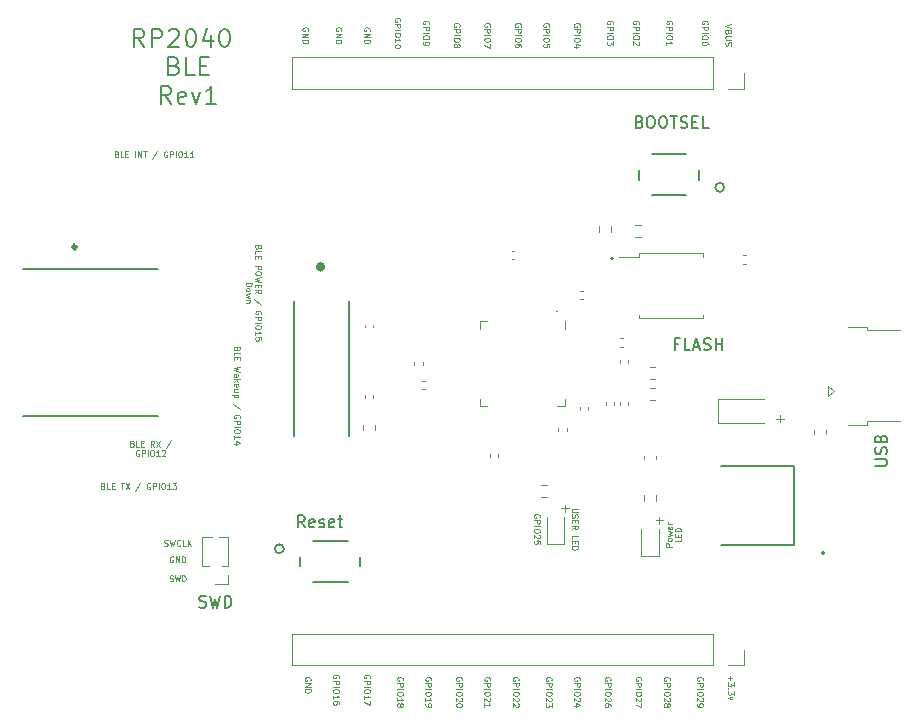
<source format=gbr>
%TF.GenerationSoftware,KiCad,Pcbnew,(6.0.6)*%
%TF.CreationDate,2022-08-27T21:29:47+05:30*%
%TF.ProjectId,rp2040-ble,72703230-3430-42d6-926c-652e6b696361,rev?*%
%TF.SameCoordinates,Original*%
%TF.FileFunction,Legend,Top*%
%TF.FilePolarity,Positive*%
%FSLAX46Y46*%
G04 Gerber Fmt 4.6, Leading zero omitted, Abs format (unit mm)*
G04 Created by KiCad (PCBNEW (6.0.6)) date 2022-08-27 21:29:47*
%MOMM*%
%LPD*%
G01*
G04 APERTURE LIST*
%ADD10C,0.150000*%
%ADD11C,0.100000*%
%ADD12C,0.391228*%
%ADD13C,0.175000*%
%ADD14C,0.120000*%
%ADD15C,0.314000*%
%ADD16C,0.127000*%
%ADD17C,0.200000*%
%ADD18C,0.152400*%
G04 APERTURE END LIST*
D10*
X100585714Y-71363571D02*
X100085714Y-70649285D01*
X99728571Y-71363571D02*
X99728571Y-69863571D01*
X100300000Y-69863571D01*
X100442857Y-69935000D01*
X100514285Y-70006428D01*
X100585714Y-70149285D01*
X100585714Y-70363571D01*
X100514285Y-70506428D01*
X100442857Y-70577857D01*
X100300000Y-70649285D01*
X99728571Y-70649285D01*
X101228571Y-71363571D02*
X101228571Y-69863571D01*
X101800000Y-69863571D01*
X101942857Y-69935000D01*
X102014285Y-70006428D01*
X102085714Y-70149285D01*
X102085714Y-70363571D01*
X102014285Y-70506428D01*
X101942857Y-70577857D01*
X101800000Y-70649285D01*
X101228571Y-70649285D01*
X102657142Y-70006428D02*
X102728571Y-69935000D01*
X102871428Y-69863571D01*
X103228571Y-69863571D01*
X103371428Y-69935000D01*
X103442857Y-70006428D01*
X103514285Y-70149285D01*
X103514285Y-70292142D01*
X103442857Y-70506428D01*
X102585714Y-71363571D01*
X103514285Y-71363571D01*
X104442857Y-69863571D02*
X104585714Y-69863571D01*
X104728571Y-69935000D01*
X104800000Y-70006428D01*
X104871428Y-70149285D01*
X104942857Y-70435000D01*
X104942857Y-70792142D01*
X104871428Y-71077857D01*
X104800000Y-71220714D01*
X104728571Y-71292142D01*
X104585714Y-71363571D01*
X104442857Y-71363571D01*
X104300000Y-71292142D01*
X104228571Y-71220714D01*
X104157142Y-71077857D01*
X104085714Y-70792142D01*
X104085714Y-70435000D01*
X104157142Y-70149285D01*
X104228571Y-70006428D01*
X104300000Y-69935000D01*
X104442857Y-69863571D01*
X106228571Y-70363571D02*
X106228571Y-71363571D01*
X105871428Y-69792142D02*
X105514285Y-70863571D01*
X106442857Y-70863571D01*
X107300000Y-69863571D02*
X107442857Y-69863571D01*
X107585714Y-69935000D01*
X107657142Y-70006428D01*
X107728571Y-70149285D01*
X107800000Y-70435000D01*
X107800000Y-70792142D01*
X107728571Y-71077857D01*
X107657142Y-71220714D01*
X107585714Y-71292142D01*
X107442857Y-71363571D01*
X107300000Y-71363571D01*
X107157142Y-71292142D01*
X107085714Y-71220714D01*
X107014285Y-71077857D01*
X106942857Y-70792142D01*
X106942857Y-70435000D01*
X107014285Y-70149285D01*
X107085714Y-70006428D01*
X107157142Y-69935000D01*
X107300000Y-69863571D01*
X103121428Y-72992857D02*
X103335714Y-73064285D01*
X103407142Y-73135714D01*
X103478571Y-73278571D01*
X103478571Y-73492857D01*
X103407142Y-73635714D01*
X103335714Y-73707142D01*
X103192857Y-73778571D01*
X102621428Y-73778571D01*
X102621428Y-72278571D01*
X103121428Y-72278571D01*
X103264285Y-72350000D01*
X103335714Y-72421428D01*
X103407142Y-72564285D01*
X103407142Y-72707142D01*
X103335714Y-72850000D01*
X103264285Y-72921428D01*
X103121428Y-72992857D01*
X102621428Y-72992857D01*
X104835714Y-73778571D02*
X104121428Y-73778571D01*
X104121428Y-72278571D01*
X105335714Y-72992857D02*
X105835714Y-72992857D01*
X106050000Y-73778571D02*
X105335714Y-73778571D01*
X105335714Y-72278571D01*
X106050000Y-72278571D01*
X102835714Y-76193571D02*
X102335714Y-75479285D01*
X101978571Y-76193571D02*
X101978571Y-74693571D01*
X102550000Y-74693571D01*
X102692857Y-74765000D01*
X102764285Y-74836428D01*
X102835714Y-74979285D01*
X102835714Y-75193571D01*
X102764285Y-75336428D01*
X102692857Y-75407857D01*
X102550000Y-75479285D01*
X101978571Y-75479285D01*
X104050000Y-76122142D02*
X103907142Y-76193571D01*
X103621428Y-76193571D01*
X103478571Y-76122142D01*
X103407142Y-75979285D01*
X103407142Y-75407857D01*
X103478571Y-75265000D01*
X103621428Y-75193571D01*
X103907142Y-75193571D01*
X104050000Y-75265000D01*
X104121428Y-75407857D01*
X104121428Y-75550714D01*
X103407142Y-75693571D01*
X104621428Y-75193571D02*
X104978571Y-76193571D01*
X105335714Y-75193571D01*
X106692857Y-76193571D02*
X105835714Y-76193571D01*
X106264285Y-76193571D02*
X106264285Y-74693571D01*
X106121428Y-74907857D01*
X105978571Y-75050714D01*
X105835714Y-75122142D01*
D11*
X135895238Y-110457142D02*
X136504761Y-110457142D01*
X136200000Y-110761904D02*
X136200000Y-110152380D01*
X143895238Y-111457142D02*
X144504761Y-111457142D01*
X144200000Y-111761904D02*
X144200000Y-111152380D01*
X154095238Y-102857142D02*
X154704761Y-102857142D01*
X154400000Y-103161904D02*
X154400000Y-102552380D01*
D12*
X115695614Y-90000000D02*
G75*
G03*
X115695614Y-90000000I-195614J0D01*
G01*
D13*
X140287500Y-89300000D02*
G75*
G03*
X140287500Y-89300000I-87500J0D01*
G01*
D10*
X135500001Y-93800000D02*
G75*
G03*
X135500001Y-93800000I-1J0D01*
G01*
X145809523Y-96528571D02*
X145476190Y-96528571D01*
X145476190Y-97052380D02*
X145476190Y-96052380D01*
X145952380Y-96052380D01*
X146809523Y-97052380D02*
X146333333Y-97052380D01*
X146333333Y-96052380D01*
X147095238Y-96766666D02*
X147571428Y-96766666D01*
X147000000Y-97052380D02*
X147333333Y-96052380D01*
X147666666Y-97052380D01*
X147952380Y-97004761D02*
X148095238Y-97052380D01*
X148333333Y-97052380D01*
X148428571Y-97004761D01*
X148476190Y-96957142D01*
X148523809Y-96861904D01*
X148523809Y-96766666D01*
X148476190Y-96671428D01*
X148428571Y-96623809D01*
X148333333Y-96576190D01*
X148142857Y-96528571D01*
X148047619Y-96480952D01*
X148000000Y-96433333D01*
X147952380Y-96338095D01*
X147952380Y-96242857D01*
X148000000Y-96147619D01*
X148047619Y-96100000D01*
X148142857Y-96052380D01*
X148380952Y-96052380D01*
X148523809Y-96100000D01*
X148952380Y-97052380D02*
X148952380Y-96052380D01*
X148952380Y-96528571D02*
X149523809Y-96528571D01*
X149523809Y-97052380D02*
X149523809Y-96052380D01*
D11*
X98245238Y-80464285D02*
X98316666Y-80488095D01*
X98340476Y-80511904D01*
X98364285Y-80559523D01*
X98364285Y-80630952D01*
X98340476Y-80678571D01*
X98316666Y-80702380D01*
X98269047Y-80726190D01*
X98078571Y-80726190D01*
X98078571Y-80226190D01*
X98245238Y-80226190D01*
X98292857Y-80250000D01*
X98316666Y-80273809D01*
X98340476Y-80321428D01*
X98340476Y-80369047D01*
X98316666Y-80416666D01*
X98292857Y-80440476D01*
X98245238Y-80464285D01*
X98078571Y-80464285D01*
X98816666Y-80726190D02*
X98578571Y-80726190D01*
X98578571Y-80226190D01*
X98983333Y-80464285D02*
X99150000Y-80464285D01*
X99221428Y-80726190D02*
X98983333Y-80726190D01*
X98983333Y-80226190D01*
X99221428Y-80226190D01*
X99816666Y-80726190D02*
X99816666Y-80226190D01*
X100054761Y-80726190D02*
X100054761Y-80226190D01*
X100340476Y-80726190D01*
X100340476Y-80226190D01*
X100507142Y-80226190D02*
X100792857Y-80226190D01*
X100650000Y-80726190D02*
X100650000Y-80226190D01*
X101697619Y-80202380D02*
X101269047Y-80845238D01*
X102507142Y-80250000D02*
X102459523Y-80226190D01*
X102388095Y-80226190D01*
X102316666Y-80250000D01*
X102269047Y-80297619D01*
X102245238Y-80345238D01*
X102221428Y-80440476D01*
X102221428Y-80511904D01*
X102245238Y-80607142D01*
X102269047Y-80654761D01*
X102316666Y-80702380D01*
X102388095Y-80726190D01*
X102435714Y-80726190D01*
X102507142Y-80702380D01*
X102530952Y-80678571D01*
X102530952Y-80511904D01*
X102435714Y-80511904D01*
X102745238Y-80726190D02*
X102745238Y-80226190D01*
X102935714Y-80226190D01*
X102983333Y-80250000D01*
X103007142Y-80273809D01*
X103030952Y-80321428D01*
X103030952Y-80392857D01*
X103007142Y-80440476D01*
X102983333Y-80464285D01*
X102935714Y-80488095D01*
X102745238Y-80488095D01*
X103245238Y-80726190D02*
X103245238Y-80226190D01*
X103578571Y-80226190D02*
X103673809Y-80226190D01*
X103721428Y-80250000D01*
X103769047Y-80297619D01*
X103792857Y-80392857D01*
X103792857Y-80559523D01*
X103769047Y-80654761D01*
X103721428Y-80702380D01*
X103673809Y-80726190D01*
X103578571Y-80726190D01*
X103530952Y-80702380D01*
X103483333Y-80654761D01*
X103459523Y-80559523D01*
X103459523Y-80392857D01*
X103483333Y-80297619D01*
X103530952Y-80250000D01*
X103578571Y-80226190D01*
X104269047Y-80726190D02*
X103983333Y-80726190D01*
X104126190Y-80726190D02*
X104126190Y-80226190D01*
X104078571Y-80297619D01*
X104030952Y-80345238D01*
X103983333Y-80369047D01*
X104745238Y-80726190D02*
X104459523Y-80726190D01*
X104602380Y-80726190D02*
X104602380Y-80226190D01*
X104554761Y-80297619D01*
X104507142Y-80345238D01*
X104459523Y-80369047D01*
X110238214Y-88342857D02*
X110214404Y-88414285D01*
X110190595Y-88438095D01*
X110142976Y-88461904D01*
X110071547Y-88461904D01*
X110023928Y-88438095D01*
X110000119Y-88414285D01*
X109976309Y-88366666D01*
X109976309Y-88176190D01*
X110476309Y-88176190D01*
X110476309Y-88342857D01*
X110452500Y-88390476D01*
X110428690Y-88414285D01*
X110381071Y-88438095D01*
X110333452Y-88438095D01*
X110285833Y-88414285D01*
X110262023Y-88390476D01*
X110238214Y-88342857D01*
X110238214Y-88176190D01*
X109976309Y-88914285D02*
X109976309Y-88676190D01*
X110476309Y-88676190D01*
X110238214Y-89080952D02*
X110238214Y-89247619D01*
X109976309Y-89319047D02*
X109976309Y-89080952D01*
X110476309Y-89080952D01*
X110476309Y-89319047D01*
X109976309Y-89914285D02*
X110476309Y-89914285D01*
X110476309Y-90104761D01*
X110452500Y-90152380D01*
X110428690Y-90176190D01*
X110381071Y-90200000D01*
X110309642Y-90200000D01*
X110262023Y-90176190D01*
X110238214Y-90152380D01*
X110214404Y-90104761D01*
X110214404Y-89914285D01*
X110476309Y-90509523D02*
X110476309Y-90604761D01*
X110452500Y-90652380D01*
X110404880Y-90700000D01*
X110309642Y-90723809D01*
X110142976Y-90723809D01*
X110047738Y-90700000D01*
X110000119Y-90652380D01*
X109976309Y-90604761D01*
X109976309Y-90509523D01*
X110000119Y-90461904D01*
X110047738Y-90414285D01*
X110142976Y-90390476D01*
X110309642Y-90390476D01*
X110404880Y-90414285D01*
X110452500Y-90461904D01*
X110476309Y-90509523D01*
X110476309Y-90890476D02*
X109976309Y-91009523D01*
X110333452Y-91104761D01*
X109976309Y-91200000D01*
X110476309Y-91319047D01*
X110238214Y-91509523D02*
X110238214Y-91676190D01*
X109976309Y-91747619D02*
X109976309Y-91509523D01*
X110476309Y-91509523D01*
X110476309Y-91747619D01*
X109976309Y-92247619D02*
X110214404Y-92080952D01*
X109976309Y-91961904D02*
X110476309Y-91961904D01*
X110476309Y-92152380D01*
X110452500Y-92200000D01*
X110428690Y-92223809D01*
X110381071Y-92247619D01*
X110309642Y-92247619D01*
X110262023Y-92223809D01*
X110238214Y-92200000D01*
X110214404Y-92152380D01*
X110214404Y-91961904D01*
X110500119Y-93200000D02*
X109857261Y-92771428D01*
X110452500Y-94009523D02*
X110476309Y-93961904D01*
X110476309Y-93890476D01*
X110452500Y-93819047D01*
X110404880Y-93771428D01*
X110357261Y-93747619D01*
X110262023Y-93723809D01*
X110190595Y-93723809D01*
X110095357Y-93747619D01*
X110047738Y-93771428D01*
X110000119Y-93819047D01*
X109976309Y-93890476D01*
X109976309Y-93938095D01*
X110000119Y-94009523D01*
X110023928Y-94033333D01*
X110190595Y-94033333D01*
X110190595Y-93938095D01*
X109976309Y-94247619D02*
X110476309Y-94247619D01*
X110476309Y-94438095D01*
X110452500Y-94485714D01*
X110428690Y-94509523D01*
X110381071Y-94533333D01*
X110309642Y-94533333D01*
X110262023Y-94509523D01*
X110238214Y-94485714D01*
X110214404Y-94438095D01*
X110214404Y-94247619D01*
X109976309Y-94747619D02*
X110476309Y-94747619D01*
X110476309Y-95080952D02*
X110476309Y-95176190D01*
X110452500Y-95223809D01*
X110404880Y-95271428D01*
X110309642Y-95295238D01*
X110142976Y-95295238D01*
X110047738Y-95271428D01*
X110000119Y-95223809D01*
X109976309Y-95176190D01*
X109976309Y-95080952D01*
X110000119Y-95033333D01*
X110047738Y-94985714D01*
X110142976Y-94961904D01*
X110309642Y-94961904D01*
X110404880Y-94985714D01*
X110452500Y-95033333D01*
X110476309Y-95080952D01*
X109976309Y-95771428D02*
X109976309Y-95485714D01*
X109976309Y-95628571D02*
X110476309Y-95628571D01*
X110404880Y-95580952D01*
X110357261Y-95533333D01*
X110333452Y-95485714D01*
X110476309Y-96223809D02*
X110476309Y-95985714D01*
X110238214Y-95961904D01*
X110262023Y-95985714D01*
X110285833Y-96033333D01*
X110285833Y-96152380D01*
X110262023Y-96200000D01*
X110238214Y-96223809D01*
X110190595Y-96247619D01*
X110071547Y-96247619D01*
X110023928Y-96223809D01*
X110000119Y-96200000D01*
X109976309Y-96152380D01*
X109976309Y-96033333D01*
X110000119Y-95985714D01*
X110023928Y-95961904D01*
X109171309Y-91354761D02*
X109671309Y-91354761D01*
X109671309Y-91473809D01*
X109647500Y-91545238D01*
X109599880Y-91592857D01*
X109552261Y-91616666D01*
X109457023Y-91640476D01*
X109385595Y-91640476D01*
X109290357Y-91616666D01*
X109242738Y-91592857D01*
X109195119Y-91545238D01*
X109171309Y-91473809D01*
X109171309Y-91354761D01*
X109171309Y-91926190D02*
X109195119Y-91878571D01*
X109218928Y-91854761D01*
X109266547Y-91830952D01*
X109409404Y-91830952D01*
X109457023Y-91854761D01*
X109480833Y-91878571D01*
X109504642Y-91926190D01*
X109504642Y-91997619D01*
X109480833Y-92045238D01*
X109457023Y-92069047D01*
X109409404Y-92092857D01*
X109266547Y-92092857D01*
X109218928Y-92069047D01*
X109195119Y-92045238D01*
X109171309Y-91997619D01*
X109171309Y-91926190D01*
X109504642Y-92259523D02*
X109171309Y-92354761D01*
X109409404Y-92450000D01*
X109171309Y-92545238D01*
X109504642Y-92640476D01*
X109504642Y-92830952D02*
X109171309Y-92830952D01*
X109457023Y-92830952D02*
X109480833Y-92854761D01*
X109504642Y-92902380D01*
X109504642Y-92973809D01*
X109480833Y-93021428D01*
X109433214Y-93045238D01*
X109171309Y-93045238D01*
X108435714Y-96935714D02*
X108411904Y-97007142D01*
X108388095Y-97030952D01*
X108340476Y-97054761D01*
X108269047Y-97054761D01*
X108221428Y-97030952D01*
X108197619Y-97007142D01*
X108173809Y-96959523D01*
X108173809Y-96769047D01*
X108673809Y-96769047D01*
X108673809Y-96935714D01*
X108650000Y-96983333D01*
X108626190Y-97007142D01*
X108578571Y-97030952D01*
X108530952Y-97030952D01*
X108483333Y-97007142D01*
X108459523Y-96983333D01*
X108435714Y-96935714D01*
X108435714Y-96769047D01*
X108173809Y-97507142D02*
X108173809Y-97269047D01*
X108673809Y-97269047D01*
X108435714Y-97673809D02*
X108435714Y-97840476D01*
X108173809Y-97911904D02*
X108173809Y-97673809D01*
X108673809Y-97673809D01*
X108673809Y-97911904D01*
X108673809Y-98459523D02*
X108173809Y-98578571D01*
X108530952Y-98673809D01*
X108173809Y-98769047D01*
X108673809Y-98888095D01*
X108173809Y-99292857D02*
X108435714Y-99292857D01*
X108483333Y-99269047D01*
X108507142Y-99221428D01*
X108507142Y-99126190D01*
X108483333Y-99078571D01*
X108197619Y-99292857D02*
X108173809Y-99245238D01*
X108173809Y-99126190D01*
X108197619Y-99078571D01*
X108245238Y-99054761D01*
X108292857Y-99054761D01*
X108340476Y-99078571D01*
X108364285Y-99126190D01*
X108364285Y-99245238D01*
X108388095Y-99292857D01*
X108173809Y-99530952D02*
X108673809Y-99530952D01*
X108364285Y-99578571D02*
X108173809Y-99721428D01*
X108507142Y-99721428D02*
X108316666Y-99530952D01*
X108197619Y-100126190D02*
X108173809Y-100078571D01*
X108173809Y-99983333D01*
X108197619Y-99935714D01*
X108245238Y-99911904D01*
X108435714Y-99911904D01*
X108483333Y-99935714D01*
X108507142Y-99983333D01*
X108507142Y-100078571D01*
X108483333Y-100126190D01*
X108435714Y-100150000D01*
X108388095Y-100150000D01*
X108340476Y-99911904D01*
X108507142Y-100578571D02*
X108173809Y-100578571D01*
X108507142Y-100364285D02*
X108245238Y-100364285D01*
X108197619Y-100388095D01*
X108173809Y-100435714D01*
X108173809Y-100507142D01*
X108197619Y-100554761D01*
X108221428Y-100578571D01*
X108507142Y-100816666D02*
X108007142Y-100816666D01*
X108483333Y-100816666D02*
X108507142Y-100864285D01*
X108507142Y-100959523D01*
X108483333Y-101007142D01*
X108459523Y-101030952D01*
X108411904Y-101054761D01*
X108269047Y-101054761D01*
X108221428Y-101030952D01*
X108197619Y-101007142D01*
X108173809Y-100959523D01*
X108173809Y-100864285D01*
X108197619Y-100816666D01*
X108697619Y-102007142D02*
X108054761Y-101578571D01*
X108650000Y-102816666D02*
X108673809Y-102769047D01*
X108673809Y-102697619D01*
X108650000Y-102626190D01*
X108602380Y-102578571D01*
X108554761Y-102554761D01*
X108459523Y-102530952D01*
X108388095Y-102530952D01*
X108292857Y-102554761D01*
X108245238Y-102578571D01*
X108197619Y-102626190D01*
X108173809Y-102697619D01*
X108173809Y-102745238D01*
X108197619Y-102816666D01*
X108221428Y-102840476D01*
X108388095Y-102840476D01*
X108388095Y-102745238D01*
X108173809Y-103054761D02*
X108673809Y-103054761D01*
X108673809Y-103245238D01*
X108650000Y-103292857D01*
X108626190Y-103316666D01*
X108578571Y-103340476D01*
X108507142Y-103340476D01*
X108459523Y-103316666D01*
X108435714Y-103292857D01*
X108411904Y-103245238D01*
X108411904Y-103054761D01*
X108173809Y-103554761D02*
X108673809Y-103554761D01*
X108673809Y-103888095D02*
X108673809Y-103983333D01*
X108650000Y-104030952D01*
X108602380Y-104078571D01*
X108507142Y-104102380D01*
X108340476Y-104102380D01*
X108245238Y-104078571D01*
X108197619Y-104030952D01*
X108173809Y-103983333D01*
X108173809Y-103888095D01*
X108197619Y-103840476D01*
X108245238Y-103792857D01*
X108340476Y-103769047D01*
X108507142Y-103769047D01*
X108602380Y-103792857D01*
X108650000Y-103840476D01*
X108673809Y-103888095D01*
X108173809Y-104578571D02*
X108173809Y-104292857D01*
X108173809Y-104435714D02*
X108673809Y-104435714D01*
X108602380Y-104388095D01*
X108554761Y-104340476D01*
X108530952Y-104292857D01*
X108507142Y-105007142D02*
X108173809Y-105007142D01*
X108697619Y-104888095D02*
X108340476Y-104769047D01*
X108340476Y-105078571D01*
X99576190Y-104961785D02*
X99647619Y-104985595D01*
X99671428Y-105009404D01*
X99695238Y-105057023D01*
X99695238Y-105128452D01*
X99671428Y-105176071D01*
X99647619Y-105199880D01*
X99600000Y-105223690D01*
X99409523Y-105223690D01*
X99409523Y-104723690D01*
X99576190Y-104723690D01*
X99623809Y-104747500D01*
X99647619Y-104771309D01*
X99671428Y-104818928D01*
X99671428Y-104866547D01*
X99647619Y-104914166D01*
X99623809Y-104937976D01*
X99576190Y-104961785D01*
X99409523Y-104961785D01*
X100147619Y-105223690D02*
X99909523Y-105223690D01*
X99909523Y-104723690D01*
X100314285Y-104961785D02*
X100480952Y-104961785D01*
X100552380Y-105223690D02*
X100314285Y-105223690D01*
X100314285Y-104723690D01*
X100552380Y-104723690D01*
X101433333Y-105223690D02*
X101266666Y-104985595D01*
X101147619Y-105223690D02*
X101147619Y-104723690D01*
X101338095Y-104723690D01*
X101385714Y-104747500D01*
X101409523Y-104771309D01*
X101433333Y-104818928D01*
X101433333Y-104890357D01*
X101409523Y-104937976D01*
X101385714Y-104961785D01*
X101338095Y-104985595D01*
X101147619Y-104985595D01*
X101600000Y-104723690D02*
X101933333Y-105223690D01*
X101933333Y-104723690D02*
X101600000Y-105223690D01*
X102861904Y-104699880D02*
X102433333Y-105342738D01*
X100123809Y-105552500D02*
X100076190Y-105528690D01*
X100004761Y-105528690D01*
X99933333Y-105552500D01*
X99885714Y-105600119D01*
X99861904Y-105647738D01*
X99838095Y-105742976D01*
X99838095Y-105814404D01*
X99861904Y-105909642D01*
X99885714Y-105957261D01*
X99933333Y-106004880D01*
X100004761Y-106028690D01*
X100052380Y-106028690D01*
X100123809Y-106004880D01*
X100147619Y-105981071D01*
X100147619Y-105814404D01*
X100052380Y-105814404D01*
X100361904Y-106028690D02*
X100361904Y-105528690D01*
X100552380Y-105528690D01*
X100600000Y-105552500D01*
X100623809Y-105576309D01*
X100647619Y-105623928D01*
X100647619Y-105695357D01*
X100623809Y-105742976D01*
X100600000Y-105766785D01*
X100552380Y-105790595D01*
X100361904Y-105790595D01*
X100861904Y-106028690D02*
X100861904Y-105528690D01*
X101195238Y-105528690D02*
X101290476Y-105528690D01*
X101338095Y-105552500D01*
X101385714Y-105600119D01*
X101409523Y-105695357D01*
X101409523Y-105862023D01*
X101385714Y-105957261D01*
X101338095Y-106004880D01*
X101290476Y-106028690D01*
X101195238Y-106028690D01*
X101147619Y-106004880D01*
X101100000Y-105957261D01*
X101076190Y-105862023D01*
X101076190Y-105695357D01*
X101100000Y-105600119D01*
X101147619Y-105552500D01*
X101195238Y-105528690D01*
X101885714Y-106028690D02*
X101600000Y-106028690D01*
X101742857Y-106028690D02*
X101742857Y-105528690D01*
X101695238Y-105600119D01*
X101647619Y-105647738D01*
X101600000Y-105671547D01*
X102076190Y-105576309D02*
X102100000Y-105552500D01*
X102147619Y-105528690D01*
X102266666Y-105528690D01*
X102314285Y-105552500D01*
X102338095Y-105576309D01*
X102361904Y-105623928D01*
X102361904Y-105671547D01*
X102338095Y-105742976D01*
X102052380Y-106028690D01*
X102361904Y-106028690D01*
X97088095Y-108564285D02*
X97159523Y-108588095D01*
X97183333Y-108611904D01*
X97207142Y-108659523D01*
X97207142Y-108730952D01*
X97183333Y-108778571D01*
X97159523Y-108802380D01*
X97111904Y-108826190D01*
X96921428Y-108826190D01*
X96921428Y-108326190D01*
X97088095Y-108326190D01*
X97135714Y-108350000D01*
X97159523Y-108373809D01*
X97183333Y-108421428D01*
X97183333Y-108469047D01*
X97159523Y-108516666D01*
X97135714Y-108540476D01*
X97088095Y-108564285D01*
X96921428Y-108564285D01*
X97659523Y-108826190D02*
X97421428Y-108826190D01*
X97421428Y-108326190D01*
X97826190Y-108564285D02*
X97992857Y-108564285D01*
X98064285Y-108826190D02*
X97826190Y-108826190D01*
X97826190Y-108326190D01*
X98064285Y-108326190D01*
X98588095Y-108326190D02*
X98873809Y-108326190D01*
X98730952Y-108826190D02*
X98730952Y-108326190D01*
X98992857Y-108326190D02*
X99326190Y-108826190D01*
X99326190Y-108326190D02*
X98992857Y-108826190D01*
X100254761Y-108302380D02*
X99826190Y-108945238D01*
X101064285Y-108350000D02*
X101016666Y-108326190D01*
X100945238Y-108326190D01*
X100873809Y-108350000D01*
X100826190Y-108397619D01*
X100802380Y-108445238D01*
X100778571Y-108540476D01*
X100778571Y-108611904D01*
X100802380Y-108707142D01*
X100826190Y-108754761D01*
X100873809Y-108802380D01*
X100945238Y-108826190D01*
X100992857Y-108826190D01*
X101064285Y-108802380D01*
X101088095Y-108778571D01*
X101088095Y-108611904D01*
X100992857Y-108611904D01*
X101302380Y-108826190D02*
X101302380Y-108326190D01*
X101492857Y-108326190D01*
X101540476Y-108350000D01*
X101564285Y-108373809D01*
X101588095Y-108421428D01*
X101588095Y-108492857D01*
X101564285Y-108540476D01*
X101540476Y-108564285D01*
X101492857Y-108588095D01*
X101302380Y-108588095D01*
X101802380Y-108826190D02*
X101802380Y-108326190D01*
X102135714Y-108326190D02*
X102230952Y-108326190D01*
X102278571Y-108350000D01*
X102326190Y-108397619D01*
X102350000Y-108492857D01*
X102350000Y-108659523D01*
X102326190Y-108754761D01*
X102278571Y-108802380D01*
X102230952Y-108826190D01*
X102135714Y-108826190D01*
X102088095Y-108802380D01*
X102040476Y-108754761D01*
X102016666Y-108659523D01*
X102016666Y-108492857D01*
X102040476Y-108397619D01*
X102088095Y-108350000D01*
X102135714Y-108326190D01*
X102826190Y-108826190D02*
X102540476Y-108826190D01*
X102683333Y-108826190D02*
X102683333Y-108326190D01*
X102635714Y-108397619D01*
X102588095Y-108445238D01*
X102540476Y-108469047D01*
X102992857Y-108326190D02*
X103302380Y-108326190D01*
X103135714Y-108516666D01*
X103207142Y-108516666D01*
X103254761Y-108540476D01*
X103278571Y-108564285D01*
X103302380Y-108611904D01*
X103302380Y-108730952D01*
X103278571Y-108778571D01*
X103254761Y-108802380D01*
X103207142Y-108826190D01*
X103064285Y-108826190D01*
X103016666Y-108802380D01*
X102992857Y-108778571D01*
D10*
X162452380Y-106861904D02*
X163261904Y-106861904D01*
X163357142Y-106814285D01*
X163404761Y-106766666D01*
X163452380Y-106671428D01*
X163452380Y-106480952D01*
X163404761Y-106385714D01*
X163357142Y-106338095D01*
X163261904Y-106290476D01*
X162452380Y-106290476D01*
X163404761Y-105861904D02*
X163452380Y-105719047D01*
X163452380Y-105480952D01*
X163404761Y-105385714D01*
X163357142Y-105338095D01*
X163261904Y-105290476D01*
X163166666Y-105290476D01*
X163071428Y-105338095D01*
X163023809Y-105385714D01*
X162976190Y-105480952D01*
X162928571Y-105671428D01*
X162880952Y-105766666D01*
X162833333Y-105814285D01*
X162738095Y-105861904D01*
X162642857Y-105861904D01*
X162547619Y-105814285D01*
X162500000Y-105766666D01*
X162452380Y-105671428D01*
X162452380Y-105433333D01*
X162500000Y-105290476D01*
X162928571Y-104528571D02*
X162976190Y-104385714D01*
X163023809Y-104338095D01*
X163119047Y-104290476D01*
X163261904Y-104290476D01*
X163357142Y-104338095D01*
X163404761Y-104385714D01*
X163452380Y-104480952D01*
X163452380Y-104861904D01*
X162452380Y-104861904D01*
X162452380Y-104528571D01*
X162500000Y-104433333D01*
X162547619Y-104385714D01*
X162642857Y-104338095D01*
X162738095Y-104338095D01*
X162833333Y-104385714D01*
X162880952Y-104433333D01*
X162928571Y-104528571D01*
X162928571Y-104861904D01*
D11*
X145223690Y-113688095D02*
X144723690Y-113688095D01*
X144723690Y-113497619D01*
X144747500Y-113450000D01*
X144771309Y-113426190D01*
X144818928Y-113402380D01*
X144890357Y-113402380D01*
X144937976Y-113426190D01*
X144961785Y-113450000D01*
X144985595Y-113497619D01*
X144985595Y-113688095D01*
X145223690Y-113116666D02*
X145199880Y-113164285D01*
X145176071Y-113188095D01*
X145128452Y-113211904D01*
X144985595Y-113211904D01*
X144937976Y-113188095D01*
X144914166Y-113164285D01*
X144890357Y-113116666D01*
X144890357Y-113045238D01*
X144914166Y-112997619D01*
X144937976Y-112973809D01*
X144985595Y-112950000D01*
X145128452Y-112950000D01*
X145176071Y-112973809D01*
X145199880Y-112997619D01*
X145223690Y-113045238D01*
X145223690Y-113116666D01*
X144890357Y-112783333D02*
X145223690Y-112688095D01*
X144985595Y-112592857D01*
X145223690Y-112497619D01*
X144890357Y-112402380D01*
X145199880Y-112021428D02*
X145223690Y-112069047D01*
X145223690Y-112164285D01*
X145199880Y-112211904D01*
X145152261Y-112235714D01*
X144961785Y-112235714D01*
X144914166Y-112211904D01*
X144890357Y-112164285D01*
X144890357Y-112069047D01*
X144914166Y-112021428D01*
X144961785Y-111997619D01*
X145009404Y-111997619D01*
X145057023Y-112235714D01*
X145223690Y-111783333D02*
X144890357Y-111783333D01*
X144985595Y-111783333D02*
X144937976Y-111759523D01*
X144914166Y-111735714D01*
X144890357Y-111688095D01*
X144890357Y-111640476D01*
X146028690Y-113021428D02*
X146028690Y-113259523D01*
X145528690Y-113259523D01*
X145766785Y-112854761D02*
X145766785Y-112688095D01*
X146028690Y-112616666D02*
X146028690Y-112854761D01*
X145528690Y-112854761D01*
X145528690Y-112616666D01*
X146028690Y-112402380D02*
X145528690Y-112402380D01*
X145528690Y-112283333D01*
X145552500Y-112211904D01*
X145600119Y-112164285D01*
X145647738Y-112140476D01*
X145742976Y-112116666D01*
X145814404Y-112116666D01*
X145909642Y-112140476D01*
X145957261Y-112164285D01*
X146004880Y-112211904D01*
X146028690Y-112283333D01*
X146028690Y-112402380D01*
X137273809Y-110473809D02*
X136869047Y-110473809D01*
X136821428Y-110497619D01*
X136797619Y-110521428D01*
X136773809Y-110569047D01*
X136773809Y-110664285D01*
X136797619Y-110711904D01*
X136821428Y-110735714D01*
X136869047Y-110759523D01*
X137273809Y-110759523D01*
X136797619Y-110973809D02*
X136773809Y-111045238D01*
X136773809Y-111164285D01*
X136797619Y-111211904D01*
X136821428Y-111235714D01*
X136869047Y-111259523D01*
X136916666Y-111259523D01*
X136964285Y-111235714D01*
X136988095Y-111211904D01*
X137011904Y-111164285D01*
X137035714Y-111069047D01*
X137059523Y-111021428D01*
X137083333Y-110997619D01*
X137130952Y-110973809D01*
X137178571Y-110973809D01*
X137226190Y-110997619D01*
X137250000Y-111021428D01*
X137273809Y-111069047D01*
X137273809Y-111188095D01*
X137250000Y-111259523D01*
X137035714Y-111473809D02*
X137035714Y-111640476D01*
X136773809Y-111711904D02*
X136773809Y-111473809D01*
X137273809Y-111473809D01*
X137273809Y-111711904D01*
X136773809Y-112211904D02*
X137011904Y-112045238D01*
X136773809Y-111926190D02*
X137273809Y-111926190D01*
X137273809Y-112116666D01*
X137250000Y-112164285D01*
X137226190Y-112188095D01*
X137178571Y-112211904D01*
X137107142Y-112211904D01*
X137059523Y-112188095D01*
X137035714Y-112164285D01*
X137011904Y-112116666D01*
X137011904Y-111926190D01*
X136773809Y-113045238D02*
X136773809Y-112807142D01*
X137273809Y-112807142D01*
X137035714Y-113211904D02*
X137035714Y-113378571D01*
X136773809Y-113450000D02*
X136773809Y-113211904D01*
X137273809Y-113211904D01*
X137273809Y-113450000D01*
X136773809Y-113664285D02*
X137273809Y-113664285D01*
X137273809Y-113783333D01*
X137250000Y-113854761D01*
X137202380Y-113902380D01*
X137154761Y-113926190D01*
X137059523Y-113950000D01*
X136988095Y-113950000D01*
X136892857Y-113926190D01*
X136845238Y-113902380D01*
X136797619Y-113854761D01*
X136773809Y-113783333D01*
X136773809Y-113664285D01*
X134050000Y-111223809D02*
X134073809Y-111176190D01*
X134073809Y-111104761D01*
X134050000Y-111033333D01*
X134002380Y-110985714D01*
X133954761Y-110961904D01*
X133859523Y-110938095D01*
X133788095Y-110938095D01*
X133692857Y-110961904D01*
X133645238Y-110985714D01*
X133597619Y-111033333D01*
X133573809Y-111104761D01*
X133573809Y-111152380D01*
X133597619Y-111223809D01*
X133621428Y-111247619D01*
X133788095Y-111247619D01*
X133788095Y-111152380D01*
X133573809Y-111461904D02*
X134073809Y-111461904D01*
X134073809Y-111652380D01*
X134050000Y-111700000D01*
X134026190Y-111723809D01*
X133978571Y-111747619D01*
X133907142Y-111747619D01*
X133859523Y-111723809D01*
X133835714Y-111700000D01*
X133811904Y-111652380D01*
X133811904Y-111461904D01*
X133573809Y-111961904D02*
X134073809Y-111961904D01*
X134073809Y-112295238D02*
X134073809Y-112390476D01*
X134050000Y-112438095D01*
X134002380Y-112485714D01*
X133907142Y-112509523D01*
X133740476Y-112509523D01*
X133645238Y-112485714D01*
X133597619Y-112438095D01*
X133573809Y-112390476D01*
X133573809Y-112295238D01*
X133597619Y-112247619D01*
X133645238Y-112200000D01*
X133740476Y-112176190D01*
X133907142Y-112176190D01*
X134002380Y-112200000D01*
X134050000Y-112247619D01*
X134073809Y-112295238D01*
X134026190Y-112700000D02*
X134050000Y-112723809D01*
X134073809Y-112771428D01*
X134073809Y-112890476D01*
X134050000Y-112938095D01*
X134026190Y-112961904D01*
X133978571Y-112985714D01*
X133930952Y-112985714D01*
X133859523Y-112961904D01*
X133573809Y-112676190D01*
X133573809Y-112985714D01*
X134073809Y-113438095D02*
X134073809Y-113200000D01*
X133835714Y-113176190D01*
X133859523Y-113200000D01*
X133883333Y-113247619D01*
X133883333Y-113366666D01*
X133859523Y-113414285D01*
X133835714Y-113438095D01*
X133788095Y-113461904D01*
X133669047Y-113461904D01*
X133621428Y-113438095D01*
X133597619Y-113414285D01*
X133573809Y-113366666D01*
X133573809Y-113247619D01*
X133597619Y-113200000D01*
X133621428Y-113176190D01*
X147850000Y-125023809D02*
X147873809Y-124976190D01*
X147873809Y-124904761D01*
X147850000Y-124833333D01*
X147802380Y-124785714D01*
X147754761Y-124761904D01*
X147659523Y-124738095D01*
X147588095Y-124738095D01*
X147492857Y-124761904D01*
X147445238Y-124785714D01*
X147397619Y-124833333D01*
X147373809Y-124904761D01*
X147373809Y-124952380D01*
X147397619Y-125023809D01*
X147421428Y-125047619D01*
X147588095Y-125047619D01*
X147588095Y-124952380D01*
X147373809Y-125261904D02*
X147873809Y-125261904D01*
X147873809Y-125452380D01*
X147850000Y-125500000D01*
X147826190Y-125523809D01*
X147778571Y-125547619D01*
X147707142Y-125547619D01*
X147659523Y-125523809D01*
X147635714Y-125500000D01*
X147611904Y-125452380D01*
X147611904Y-125261904D01*
X147373809Y-125761904D02*
X147873809Y-125761904D01*
X147873809Y-126095238D02*
X147873809Y-126190476D01*
X147850000Y-126238095D01*
X147802380Y-126285714D01*
X147707142Y-126309523D01*
X147540476Y-126309523D01*
X147445238Y-126285714D01*
X147397619Y-126238095D01*
X147373809Y-126190476D01*
X147373809Y-126095238D01*
X147397619Y-126047619D01*
X147445238Y-126000000D01*
X147540476Y-125976190D01*
X147707142Y-125976190D01*
X147802380Y-126000000D01*
X147850000Y-126047619D01*
X147873809Y-126095238D01*
X147826190Y-126500000D02*
X147850000Y-126523809D01*
X147873809Y-126571428D01*
X147873809Y-126690476D01*
X147850000Y-126738095D01*
X147826190Y-126761904D01*
X147778571Y-126785714D01*
X147730952Y-126785714D01*
X147659523Y-126761904D01*
X147373809Y-126476190D01*
X147373809Y-126785714D01*
X147373809Y-127023809D02*
X147373809Y-127119047D01*
X147397619Y-127166666D01*
X147421428Y-127190476D01*
X147492857Y-127238095D01*
X147588095Y-127261904D01*
X147778571Y-127261904D01*
X147826190Y-127238095D01*
X147850000Y-127214285D01*
X147873809Y-127166666D01*
X147873809Y-127071428D01*
X147850000Y-127023809D01*
X147826190Y-127000000D01*
X147778571Y-126976190D01*
X147659523Y-126976190D01*
X147611904Y-127000000D01*
X147588095Y-127023809D01*
X147564285Y-127071428D01*
X147564285Y-127166666D01*
X147588095Y-127214285D01*
X147611904Y-127238095D01*
X147659523Y-127261904D01*
X145050000Y-125023809D02*
X145073809Y-124976190D01*
X145073809Y-124904761D01*
X145050000Y-124833333D01*
X145002380Y-124785714D01*
X144954761Y-124761904D01*
X144859523Y-124738095D01*
X144788095Y-124738095D01*
X144692857Y-124761904D01*
X144645238Y-124785714D01*
X144597619Y-124833333D01*
X144573809Y-124904761D01*
X144573809Y-124952380D01*
X144597619Y-125023809D01*
X144621428Y-125047619D01*
X144788095Y-125047619D01*
X144788095Y-124952380D01*
X144573809Y-125261904D02*
X145073809Y-125261904D01*
X145073809Y-125452380D01*
X145050000Y-125500000D01*
X145026190Y-125523809D01*
X144978571Y-125547619D01*
X144907142Y-125547619D01*
X144859523Y-125523809D01*
X144835714Y-125500000D01*
X144811904Y-125452380D01*
X144811904Y-125261904D01*
X144573809Y-125761904D02*
X145073809Y-125761904D01*
X145073809Y-126095238D02*
X145073809Y-126190476D01*
X145050000Y-126238095D01*
X145002380Y-126285714D01*
X144907142Y-126309523D01*
X144740476Y-126309523D01*
X144645238Y-126285714D01*
X144597619Y-126238095D01*
X144573809Y-126190476D01*
X144573809Y-126095238D01*
X144597619Y-126047619D01*
X144645238Y-126000000D01*
X144740476Y-125976190D01*
X144907142Y-125976190D01*
X145002380Y-126000000D01*
X145050000Y-126047619D01*
X145073809Y-126095238D01*
X145026190Y-126500000D02*
X145050000Y-126523809D01*
X145073809Y-126571428D01*
X145073809Y-126690476D01*
X145050000Y-126738095D01*
X145026190Y-126761904D01*
X144978571Y-126785714D01*
X144930952Y-126785714D01*
X144859523Y-126761904D01*
X144573809Y-126476190D01*
X144573809Y-126785714D01*
X144859523Y-127071428D02*
X144883333Y-127023809D01*
X144907142Y-127000000D01*
X144954761Y-126976190D01*
X144978571Y-126976190D01*
X145026190Y-127000000D01*
X145050000Y-127023809D01*
X145073809Y-127071428D01*
X145073809Y-127166666D01*
X145050000Y-127214285D01*
X145026190Y-127238095D01*
X144978571Y-127261904D01*
X144954761Y-127261904D01*
X144907142Y-127238095D01*
X144883333Y-127214285D01*
X144859523Y-127166666D01*
X144859523Y-127071428D01*
X144835714Y-127023809D01*
X144811904Y-127000000D01*
X144764285Y-126976190D01*
X144669047Y-126976190D01*
X144621428Y-127000000D01*
X144597619Y-127023809D01*
X144573809Y-127071428D01*
X144573809Y-127166666D01*
X144597619Y-127214285D01*
X144621428Y-127238095D01*
X144669047Y-127261904D01*
X144764285Y-127261904D01*
X144811904Y-127238095D01*
X144835714Y-127214285D01*
X144859523Y-127166666D01*
X142650000Y-125023809D02*
X142673809Y-124976190D01*
X142673809Y-124904761D01*
X142650000Y-124833333D01*
X142602380Y-124785714D01*
X142554761Y-124761904D01*
X142459523Y-124738095D01*
X142388095Y-124738095D01*
X142292857Y-124761904D01*
X142245238Y-124785714D01*
X142197619Y-124833333D01*
X142173809Y-124904761D01*
X142173809Y-124952380D01*
X142197619Y-125023809D01*
X142221428Y-125047619D01*
X142388095Y-125047619D01*
X142388095Y-124952380D01*
X142173809Y-125261904D02*
X142673809Y-125261904D01*
X142673809Y-125452380D01*
X142650000Y-125500000D01*
X142626190Y-125523809D01*
X142578571Y-125547619D01*
X142507142Y-125547619D01*
X142459523Y-125523809D01*
X142435714Y-125500000D01*
X142411904Y-125452380D01*
X142411904Y-125261904D01*
X142173809Y-125761904D02*
X142673809Y-125761904D01*
X142673809Y-126095238D02*
X142673809Y-126190476D01*
X142650000Y-126238095D01*
X142602380Y-126285714D01*
X142507142Y-126309523D01*
X142340476Y-126309523D01*
X142245238Y-126285714D01*
X142197619Y-126238095D01*
X142173809Y-126190476D01*
X142173809Y-126095238D01*
X142197619Y-126047619D01*
X142245238Y-126000000D01*
X142340476Y-125976190D01*
X142507142Y-125976190D01*
X142602380Y-126000000D01*
X142650000Y-126047619D01*
X142673809Y-126095238D01*
X142626190Y-126500000D02*
X142650000Y-126523809D01*
X142673809Y-126571428D01*
X142673809Y-126690476D01*
X142650000Y-126738095D01*
X142626190Y-126761904D01*
X142578571Y-126785714D01*
X142530952Y-126785714D01*
X142459523Y-126761904D01*
X142173809Y-126476190D01*
X142173809Y-126785714D01*
X142673809Y-126952380D02*
X142673809Y-127285714D01*
X142173809Y-127071428D01*
X140050000Y-125023809D02*
X140073809Y-124976190D01*
X140073809Y-124904761D01*
X140050000Y-124833333D01*
X140002380Y-124785714D01*
X139954761Y-124761904D01*
X139859523Y-124738095D01*
X139788095Y-124738095D01*
X139692857Y-124761904D01*
X139645238Y-124785714D01*
X139597619Y-124833333D01*
X139573809Y-124904761D01*
X139573809Y-124952380D01*
X139597619Y-125023809D01*
X139621428Y-125047619D01*
X139788095Y-125047619D01*
X139788095Y-124952380D01*
X139573809Y-125261904D02*
X140073809Y-125261904D01*
X140073809Y-125452380D01*
X140050000Y-125500000D01*
X140026190Y-125523809D01*
X139978571Y-125547619D01*
X139907142Y-125547619D01*
X139859523Y-125523809D01*
X139835714Y-125500000D01*
X139811904Y-125452380D01*
X139811904Y-125261904D01*
X139573809Y-125761904D02*
X140073809Y-125761904D01*
X140073809Y-126095238D02*
X140073809Y-126190476D01*
X140050000Y-126238095D01*
X140002380Y-126285714D01*
X139907142Y-126309523D01*
X139740476Y-126309523D01*
X139645238Y-126285714D01*
X139597619Y-126238095D01*
X139573809Y-126190476D01*
X139573809Y-126095238D01*
X139597619Y-126047619D01*
X139645238Y-126000000D01*
X139740476Y-125976190D01*
X139907142Y-125976190D01*
X140002380Y-126000000D01*
X140050000Y-126047619D01*
X140073809Y-126095238D01*
X140026190Y-126500000D02*
X140050000Y-126523809D01*
X140073809Y-126571428D01*
X140073809Y-126690476D01*
X140050000Y-126738095D01*
X140026190Y-126761904D01*
X139978571Y-126785714D01*
X139930952Y-126785714D01*
X139859523Y-126761904D01*
X139573809Y-126476190D01*
X139573809Y-126785714D01*
X140073809Y-127214285D02*
X140073809Y-127119047D01*
X140050000Y-127071428D01*
X140026190Y-127047619D01*
X139954761Y-127000000D01*
X139859523Y-126976190D01*
X139669047Y-126976190D01*
X139621428Y-127000000D01*
X139597619Y-127023809D01*
X139573809Y-127071428D01*
X139573809Y-127166666D01*
X139597619Y-127214285D01*
X139621428Y-127238095D01*
X139669047Y-127261904D01*
X139788095Y-127261904D01*
X139835714Y-127238095D01*
X139859523Y-127214285D01*
X139883333Y-127166666D01*
X139883333Y-127071428D01*
X139859523Y-127023809D01*
X139835714Y-127000000D01*
X139788095Y-126976190D01*
X137450000Y-125023809D02*
X137473809Y-124976190D01*
X137473809Y-124904761D01*
X137450000Y-124833333D01*
X137402380Y-124785714D01*
X137354761Y-124761904D01*
X137259523Y-124738095D01*
X137188095Y-124738095D01*
X137092857Y-124761904D01*
X137045238Y-124785714D01*
X136997619Y-124833333D01*
X136973809Y-124904761D01*
X136973809Y-124952380D01*
X136997619Y-125023809D01*
X137021428Y-125047619D01*
X137188095Y-125047619D01*
X137188095Y-124952380D01*
X136973809Y-125261904D02*
X137473809Y-125261904D01*
X137473809Y-125452380D01*
X137450000Y-125500000D01*
X137426190Y-125523809D01*
X137378571Y-125547619D01*
X137307142Y-125547619D01*
X137259523Y-125523809D01*
X137235714Y-125500000D01*
X137211904Y-125452380D01*
X137211904Y-125261904D01*
X136973809Y-125761904D02*
X137473809Y-125761904D01*
X137473809Y-126095238D02*
X137473809Y-126190476D01*
X137450000Y-126238095D01*
X137402380Y-126285714D01*
X137307142Y-126309523D01*
X137140476Y-126309523D01*
X137045238Y-126285714D01*
X136997619Y-126238095D01*
X136973809Y-126190476D01*
X136973809Y-126095238D01*
X136997619Y-126047619D01*
X137045238Y-126000000D01*
X137140476Y-125976190D01*
X137307142Y-125976190D01*
X137402380Y-126000000D01*
X137450000Y-126047619D01*
X137473809Y-126095238D01*
X137426190Y-126500000D02*
X137450000Y-126523809D01*
X137473809Y-126571428D01*
X137473809Y-126690476D01*
X137450000Y-126738095D01*
X137426190Y-126761904D01*
X137378571Y-126785714D01*
X137330952Y-126785714D01*
X137259523Y-126761904D01*
X136973809Y-126476190D01*
X136973809Y-126785714D01*
X137307142Y-127214285D02*
X136973809Y-127214285D01*
X137497619Y-127095238D02*
X137140476Y-126976190D01*
X137140476Y-127285714D01*
X135050000Y-125023809D02*
X135073809Y-124976190D01*
X135073809Y-124904761D01*
X135050000Y-124833333D01*
X135002380Y-124785714D01*
X134954761Y-124761904D01*
X134859523Y-124738095D01*
X134788095Y-124738095D01*
X134692857Y-124761904D01*
X134645238Y-124785714D01*
X134597619Y-124833333D01*
X134573809Y-124904761D01*
X134573809Y-124952380D01*
X134597619Y-125023809D01*
X134621428Y-125047619D01*
X134788095Y-125047619D01*
X134788095Y-124952380D01*
X134573809Y-125261904D02*
X135073809Y-125261904D01*
X135073809Y-125452380D01*
X135050000Y-125500000D01*
X135026190Y-125523809D01*
X134978571Y-125547619D01*
X134907142Y-125547619D01*
X134859523Y-125523809D01*
X134835714Y-125500000D01*
X134811904Y-125452380D01*
X134811904Y-125261904D01*
X134573809Y-125761904D02*
X135073809Y-125761904D01*
X135073809Y-126095238D02*
X135073809Y-126190476D01*
X135050000Y-126238095D01*
X135002380Y-126285714D01*
X134907142Y-126309523D01*
X134740476Y-126309523D01*
X134645238Y-126285714D01*
X134597619Y-126238095D01*
X134573809Y-126190476D01*
X134573809Y-126095238D01*
X134597619Y-126047619D01*
X134645238Y-126000000D01*
X134740476Y-125976190D01*
X134907142Y-125976190D01*
X135002380Y-126000000D01*
X135050000Y-126047619D01*
X135073809Y-126095238D01*
X135026190Y-126500000D02*
X135050000Y-126523809D01*
X135073809Y-126571428D01*
X135073809Y-126690476D01*
X135050000Y-126738095D01*
X135026190Y-126761904D01*
X134978571Y-126785714D01*
X134930952Y-126785714D01*
X134859523Y-126761904D01*
X134573809Y-126476190D01*
X134573809Y-126785714D01*
X135073809Y-126952380D02*
X135073809Y-127261904D01*
X134883333Y-127095238D01*
X134883333Y-127166666D01*
X134859523Y-127214285D01*
X134835714Y-127238095D01*
X134788095Y-127261904D01*
X134669047Y-127261904D01*
X134621428Y-127238095D01*
X134597619Y-127214285D01*
X134573809Y-127166666D01*
X134573809Y-127023809D01*
X134597619Y-126976190D01*
X134621428Y-126952380D01*
X132250000Y-125023809D02*
X132273809Y-124976190D01*
X132273809Y-124904761D01*
X132250000Y-124833333D01*
X132202380Y-124785714D01*
X132154761Y-124761904D01*
X132059523Y-124738095D01*
X131988095Y-124738095D01*
X131892857Y-124761904D01*
X131845238Y-124785714D01*
X131797619Y-124833333D01*
X131773809Y-124904761D01*
X131773809Y-124952380D01*
X131797619Y-125023809D01*
X131821428Y-125047619D01*
X131988095Y-125047619D01*
X131988095Y-124952380D01*
X131773809Y-125261904D02*
X132273809Y-125261904D01*
X132273809Y-125452380D01*
X132250000Y-125500000D01*
X132226190Y-125523809D01*
X132178571Y-125547619D01*
X132107142Y-125547619D01*
X132059523Y-125523809D01*
X132035714Y-125500000D01*
X132011904Y-125452380D01*
X132011904Y-125261904D01*
X131773809Y-125761904D02*
X132273809Y-125761904D01*
X132273809Y-126095238D02*
X132273809Y-126190476D01*
X132250000Y-126238095D01*
X132202380Y-126285714D01*
X132107142Y-126309523D01*
X131940476Y-126309523D01*
X131845238Y-126285714D01*
X131797619Y-126238095D01*
X131773809Y-126190476D01*
X131773809Y-126095238D01*
X131797619Y-126047619D01*
X131845238Y-126000000D01*
X131940476Y-125976190D01*
X132107142Y-125976190D01*
X132202380Y-126000000D01*
X132250000Y-126047619D01*
X132273809Y-126095238D01*
X132226190Y-126500000D02*
X132250000Y-126523809D01*
X132273809Y-126571428D01*
X132273809Y-126690476D01*
X132250000Y-126738095D01*
X132226190Y-126761904D01*
X132178571Y-126785714D01*
X132130952Y-126785714D01*
X132059523Y-126761904D01*
X131773809Y-126476190D01*
X131773809Y-126785714D01*
X132226190Y-126976190D02*
X132250000Y-127000000D01*
X132273809Y-127047619D01*
X132273809Y-127166666D01*
X132250000Y-127214285D01*
X132226190Y-127238095D01*
X132178571Y-127261904D01*
X132130952Y-127261904D01*
X132059523Y-127238095D01*
X131773809Y-126952380D01*
X131773809Y-127261904D01*
X129850000Y-125023809D02*
X129873809Y-124976190D01*
X129873809Y-124904761D01*
X129850000Y-124833333D01*
X129802380Y-124785714D01*
X129754761Y-124761904D01*
X129659523Y-124738095D01*
X129588095Y-124738095D01*
X129492857Y-124761904D01*
X129445238Y-124785714D01*
X129397619Y-124833333D01*
X129373809Y-124904761D01*
X129373809Y-124952380D01*
X129397619Y-125023809D01*
X129421428Y-125047619D01*
X129588095Y-125047619D01*
X129588095Y-124952380D01*
X129373809Y-125261904D02*
X129873809Y-125261904D01*
X129873809Y-125452380D01*
X129850000Y-125500000D01*
X129826190Y-125523809D01*
X129778571Y-125547619D01*
X129707142Y-125547619D01*
X129659523Y-125523809D01*
X129635714Y-125500000D01*
X129611904Y-125452380D01*
X129611904Y-125261904D01*
X129373809Y-125761904D02*
X129873809Y-125761904D01*
X129873809Y-126095238D02*
X129873809Y-126190476D01*
X129850000Y-126238095D01*
X129802380Y-126285714D01*
X129707142Y-126309523D01*
X129540476Y-126309523D01*
X129445238Y-126285714D01*
X129397619Y-126238095D01*
X129373809Y-126190476D01*
X129373809Y-126095238D01*
X129397619Y-126047619D01*
X129445238Y-126000000D01*
X129540476Y-125976190D01*
X129707142Y-125976190D01*
X129802380Y-126000000D01*
X129850000Y-126047619D01*
X129873809Y-126095238D01*
X129826190Y-126500000D02*
X129850000Y-126523809D01*
X129873809Y-126571428D01*
X129873809Y-126690476D01*
X129850000Y-126738095D01*
X129826190Y-126761904D01*
X129778571Y-126785714D01*
X129730952Y-126785714D01*
X129659523Y-126761904D01*
X129373809Y-126476190D01*
X129373809Y-126785714D01*
X129373809Y-127261904D02*
X129373809Y-126976190D01*
X129373809Y-127119047D02*
X129873809Y-127119047D01*
X129802380Y-127071428D01*
X129754761Y-127023809D01*
X129730952Y-126976190D01*
X127450000Y-125023809D02*
X127473809Y-124976190D01*
X127473809Y-124904761D01*
X127450000Y-124833333D01*
X127402380Y-124785714D01*
X127354761Y-124761904D01*
X127259523Y-124738095D01*
X127188095Y-124738095D01*
X127092857Y-124761904D01*
X127045238Y-124785714D01*
X126997619Y-124833333D01*
X126973809Y-124904761D01*
X126973809Y-124952380D01*
X126997619Y-125023809D01*
X127021428Y-125047619D01*
X127188095Y-125047619D01*
X127188095Y-124952380D01*
X126973809Y-125261904D02*
X127473809Y-125261904D01*
X127473809Y-125452380D01*
X127450000Y-125500000D01*
X127426190Y-125523809D01*
X127378571Y-125547619D01*
X127307142Y-125547619D01*
X127259523Y-125523809D01*
X127235714Y-125500000D01*
X127211904Y-125452380D01*
X127211904Y-125261904D01*
X126973809Y-125761904D02*
X127473809Y-125761904D01*
X127473809Y-126095238D02*
X127473809Y-126190476D01*
X127450000Y-126238095D01*
X127402380Y-126285714D01*
X127307142Y-126309523D01*
X127140476Y-126309523D01*
X127045238Y-126285714D01*
X126997619Y-126238095D01*
X126973809Y-126190476D01*
X126973809Y-126095238D01*
X126997619Y-126047619D01*
X127045238Y-126000000D01*
X127140476Y-125976190D01*
X127307142Y-125976190D01*
X127402380Y-126000000D01*
X127450000Y-126047619D01*
X127473809Y-126095238D01*
X127426190Y-126500000D02*
X127450000Y-126523809D01*
X127473809Y-126571428D01*
X127473809Y-126690476D01*
X127450000Y-126738095D01*
X127426190Y-126761904D01*
X127378571Y-126785714D01*
X127330952Y-126785714D01*
X127259523Y-126761904D01*
X126973809Y-126476190D01*
X126973809Y-126785714D01*
X127473809Y-127095238D02*
X127473809Y-127142857D01*
X127450000Y-127190476D01*
X127426190Y-127214285D01*
X127378571Y-127238095D01*
X127283333Y-127261904D01*
X127164285Y-127261904D01*
X127069047Y-127238095D01*
X127021428Y-127214285D01*
X126997619Y-127190476D01*
X126973809Y-127142857D01*
X126973809Y-127095238D01*
X126997619Y-127047619D01*
X127021428Y-127023809D01*
X127069047Y-127000000D01*
X127164285Y-126976190D01*
X127283333Y-126976190D01*
X127378571Y-127000000D01*
X127426190Y-127023809D01*
X127450000Y-127047619D01*
X127473809Y-127095238D01*
X124850000Y-125023809D02*
X124873809Y-124976190D01*
X124873809Y-124904761D01*
X124850000Y-124833333D01*
X124802380Y-124785714D01*
X124754761Y-124761904D01*
X124659523Y-124738095D01*
X124588095Y-124738095D01*
X124492857Y-124761904D01*
X124445238Y-124785714D01*
X124397619Y-124833333D01*
X124373809Y-124904761D01*
X124373809Y-124952380D01*
X124397619Y-125023809D01*
X124421428Y-125047619D01*
X124588095Y-125047619D01*
X124588095Y-124952380D01*
X124373809Y-125261904D02*
X124873809Y-125261904D01*
X124873809Y-125452380D01*
X124850000Y-125500000D01*
X124826190Y-125523809D01*
X124778571Y-125547619D01*
X124707142Y-125547619D01*
X124659523Y-125523809D01*
X124635714Y-125500000D01*
X124611904Y-125452380D01*
X124611904Y-125261904D01*
X124373809Y-125761904D02*
X124873809Y-125761904D01*
X124873809Y-126095238D02*
X124873809Y-126190476D01*
X124850000Y-126238095D01*
X124802380Y-126285714D01*
X124707142Y-126309523D01*
X124540476Y-126309523D01*
X124445238Y-126285714D01*
X124397619Y-126238095D01*
X124373809Y-126190476D01*
X124373809Y-126095238D01*
X124397619Y-126047619D01*
X124445238Y-126000000D01*
X124540476Y-125976190D01*
X124707142Y-125976190D01*
X124802380Y-126000000D01*
X124850000Y-126047619D01*
X124873809Y-126095238D01*
X124373809Y-126785714D02*
X124373809Y-126500000D01*
X124373809Y-126642857D02*
X124873809Y-126642857D01*
X124802380Y-126595238D01*
X124754761Y-126547619D01*
X124730952Y-126500000D01*
X124373809Y-127023809D02*
X124373809Y-127119047D01*
X124397619Y-127166666D01*
X124421428Y-127190476D01*
X124492857Y-127238095D01*
X124588095Y-127261904D01*
X124778571Y-127261904D01*
X124826190Y-127238095D01*
X124850000Y-127214285D01*
X124873809Y-127166666D01*
X124873809Y-127071428D01*
X124850000Y-127023809D01*
X124826190Y-127000000D01*
X124778571Y-126976190D01*
X124659523Y-126976190D01*
X124611904Y-127000000D01*
X124588095Y-127023809D01*
X124564285Y-127071428D01*
X124564285Y-127166666D01*
X124588095Y-127214285D01*
X124611904Y-127238095D01*
X124659523Y-127261904D01*
X122450000Y-125023809D02*
X122473809Y-124976190D01*
X122473809Y-124904761D01*
X122450000Y-124833333D01*
X122402380Y-124785714D01*
X122354761Y-124761904D01*
X122259523Y-124738095D01*
X122188095Y-124738095D01*
X122092857Y-124761904D01*
X122045238Y-124785714D01*
X121997619Y-124833333D01*
X121973809Y-124904761D01*
X121973809Y-124952380D01*
X121997619Y-125023809D01*
X122021428Y-125047619D01*
X122188095Y-125047619D01*
X122188095Y-124952380D01*
X121973809Y-125261904D02*
X122473809Y-125261904D01*
X122473809Y-125452380D01*
X122450000Y-125500000D01*
X122426190Y-125523809D01*
X122378571Y-125547619D01*
X122307142Y-125547619D01*
X122259523Y-125523809D01*
X122235714Y-125500000D01*
X122211904Y-125452380D01*
X122211904Y-125261904D01*
X121973809Y-125761904D02*
X122473809Y-125761904D01*
X122473809Y-126095238D02*
X122473809Y-126190476D01*
X122450000Y-126238095D01*
X122402380Y-126285714D01*
X122307142Y-126309523D01*
X122140476Y-126309523D01*
X122045238Y-126285714D01*
X121997619Y-126238095D01*
X121973809Y-126190476D01*
X121973809Y-126095238D01*
X121997619Y-126047619D01*
X122045238Y-126000000D01*
X122140476Y-125976190D01*
X122307142Y-125976190D01*
X122402380Y-126000000D01*
X122450000Y-126047619D01*
X122473809Y-126095238D01*
X121973809Y-126785714D02*
X121973809Y-126500000D01*
X121973809Y-126642857D02*
X122473809Y-126642857D01*
X122402380Y-126595238D01*
X122354761Y-126547619D01*
X122330952Y-126500000D01*
X122259523Y-127071428D02*
X122283333Y-127023809D01*
X122307142Y-127000000D01*
X122354761Y-126976190D01*
X122378571Y-126976190D01*
X122426190Y-127000000D01*
X122450000Y-127023809D01*
X122473809Y-127071428D01*
X122473809Y-127166666D01*
X122450000Y-127214285D01*
X122426190Y-127238095D01*
X122378571Y-127261904D01*
X122354761Y-127261904D01*
X122307142Y-127238095D01*
X122283333Y-127214285D01*
X122259523Y-127166666D01*
X122259523Y-127071428D01*
X122235714Y-127023809D01*
X122211904Y-127000000D01*
X122164285Y-126976190D01*
X122069047Y-126976190D01*
X122021428Y-127000000D01*
X121997619Y-127023809D01*
X121973809Y-127071428D01*
X121973809Y-127166666D01*
X121997619Y-127214285D01*
X122021428Y-127238095D01*
X122069047Y-127261904D01*
X122164285Y-127261904D01*
X122211904Y-127238095D01*
X122235714Y-127214285D01*
X122259523Y-127166666D01*
X119650000Y-124823809D02*
X119673809Y-124776190D01*
X119673809Y-124704761D01*
X119650000Y-124633333D01*
X119602380Y-124585714D01*
X119554761Y-124561904D01*
X119459523Y-124538095D01*
X119388095Y-124538095D01*
X119292857Y-124561904D01*
X119245238Y-124585714D01*
X119197619Y-124633333D01*
X119173809Y-124704761D01*
X119173809Y-124752380D01*
X119197619Y-124823809D01*
X119221428Y-124847619D01*
X119388095Y-124847619D01*
X119388095Y-124752380D01*
X119173809Y-125061904D02*
X119673809Y-125061904D01*
X119673809Y-125252380D01*
X119650000Y-125300000D01*
X119626190Y-125323809D01*
X119578571Y-125347619D01*
X119507142Y-125347619D01*
X119459523Y-125323809D01*
X119435714Y-125300000D01*
X119411904Y-125252380D01*
X119411904Y-125061904D01*
X119173809Y-125561904D02*
X119673809Y-125561904D01*
X119673809Y-125895238D02*
X119673809Y-125990476D01*
X119650000Y-126038095D01*
X119602380Y-126085714D01*
X119507142Y-126109523D01*
X119340476Y-126109523D01*
X119245238Y-126085714D01*
X119197619Y-126038095D01*
X119173809Y-125990476D01*
X119173809Y-125895238D01*
X119197619Y-125847619D01*
X119245238Y-125800000D01*
X119340476Y-125776190D01*
X119507142Y-125776190D01*
X119602380Y-125800000D01*
X119650000Y-125847619D01*
X119673809Y-125895238D01*
X119173809Y-126585714D02*
X119173809Y-126300000D01*
X119173809Y-126442857D02*
X119673809Y-126442857D01*
X119602380Y-126395238D01*
X119554761Y-126347619D01*
X119530952Y-126300000D01*
X119673809Y-126752380D02*
X119673809Y-127085714D01*
X119173809Y-126871428D01*
X117050000Y-124823809D02*
X117073809Y-124776190D01*
X117073809Y-124704761D01*
X117050000Y-124633333D01*
X117002380Y-124585714D01*
X116954761Y-124561904D01*
X116859523Y-124538095D01*
X116788095Y-124538095D01*
X116692857Y-124561904D01*
X116645238Y-124585714D01*
X116597619Y-124633333D01*
X116573809Y-124704761D01*
X116573809Y-124752380D01*
X116597619Y-124823809D01*
X116621428Y-124847619D01*
X116788095Y-124847619D01*
X116788095Y-124752380D01*
X116573809Y-125061904D02*
X117073809Y-125061904D01*
X117073809Y-125252380D01*
X117050000Y-125300000D01*
X117026190Y-125323809D01*
X116978571Y-125347619D01*
X116907142Y-125347619D01*
X116859523Y-125323809D01*
X116835714Y-125300000D01*
X116811904Y-125252380D01*
X116811904Y-125061904D01*
X116573809Y-125561904D02*
X117073809Y-125561904D01*
X117073809Y-125895238D02*
X117073809Y-125990476D01*
X117050000Y-126038095D01*
X117002380Y-126085714D01*
X116907142Y-126109523D01*
X116740476Y-126109523D01*
X116645238Y-126085714D01*
X116597619Y-126038095D01*
X116573809Y-125990476D01*
X116573809Y-125895238D01*
X116597619Y-125847619D01*
X116645238Y-125800000D01*
X116740476Y-125776190D01*
X116907142Y-125776190D01*
X117002380Y-125800000D01*
X117050000Y-125847619D01*
X117073809Y-125895238D01*
X116573809Y-126585714D02*
X116573809Y-126300000D01*
X116573809Y-126442857D02*
X117073809Y-126442857D01*
X117002380Y-126395238D01*
X116954761Y-126347619D01*
X116930952Y-126300000D01*
X117073809Y-127014285D02*
X117073809Y-126919047D01*
X117050000Y-126871428D01*
X117026190Y-126847619D01*
X116954761Y-126800000D01*
X116859523Y-126776190D01*
X116669047Y-126776190D01*
X116621428Y-126800000D01*
X116597619Y-126823809D01*
X116573809Y-126871428D01*
X116573809Y-126966666D01*
X116597619Y-127014285D01*
X116621428Y-127038095D01*
X116669047Y-127061904D01*
X116788095Y-127061904D01*
X116835714Y-127038095D01*
X116859523Y-127014285D01*
X116883333Y-126966666D01*
X116883333Y-126871428D01*
X116859523Y-126823809D01*
X116835714Y-126800000D01*
X116788095Y-126776190D01*
X114650000Y-125019047D02*
X114673809Y-124971428D01*
X114673809Y-124900000D01*
X114650000Y-124828571D01*
X114602380Y-124780952D01*
X114554761Y-124757142D01*
X114459523Y-124733333D01*
X114388095Y-124733333D01*
X114292857Y-124757142D01*
X114245238Y-124780952D01*
X114197619Y-124828571D01*
X114173809Y-124900000D01*
X114173809Y-124947619D01*
X114197619Y-125019047D01*
X114221428Y-125042857D01*
X114388095Y-125042857D01*
X114388095Y-124947619D01*
X114173809Y-125257142D02*
X114673809Y-125257142D01*
X114173809Y-125542857D01*
X114673809Y-125542857D01*
X114173809Y-125780952D02*
X114673809Y-125780952D01*
X114673809Y-125900000D01*
X114650000Y-125971428D01*
X114602380Y-126019047D01*
X114554761Y-126042857D01*
X114459523Y-126066666D01*
X114388095Y-126066666D01*
X114292857Y-126042857D01*
X114245238Y-126019047D01*
X114197619Y-125971428D01*
X114173809Y-125900000D01*
X114173809Y-125780952D01*
X150164285Y-124623809D02*
X150164285Y-125004761D01*
X149973809Y-124814285D02*
X150354761Y-124814285D01*
X150473809Y-125195238D02*
X150473809Y-125504761D01*
X150283333Y-125338095D01*
X150283333Y-125409523D01*
X150259523Y-125457142D01*
X150235714Y-125480952D01*
X150188095Y-125504761D01*
X150069047Y-125504761D01*
X150021428Y-125480952D01*
X149997619Y-125457142D01*
X149973809Y-125409523D01*
X149973809Y-125266666D01*
X149997619Y-125219047D01*
X150021428Y-125195238D01*
X150021428Y-125719047D02*
X149997619Y-125742857D01*
X149973809Y-125719047D01*
X149997619Y-125695238D01*
X150021428Y-125719047D01*
X149973809Y-125719047D01*
X150473809Y-125909523D02*
X150473809Y-126219047D01*
X150283333Y-126052380D01*
X150283333Y-126123809D01*
X150259523Y-126171428D01*
X150235714Y-126195238D01*
X150188095Y-126219047D01*
X150069047Y-126219047D01*
X150021428Y-126195238D01*
X149997619Y-126171428D01*
X149973809Y-126123809D01*
X149973809Y-125980952D01*
X149997619Y-125933333D01*
X150021428Y-125909523D01*
X150307142Y-126385714D02*
X149973809Y-126504761D01*
X150307142Y-126623809D01*
X114450000Y-70019047D02*
X114473809Y-69971428D01*
X114473809Y-69900000D01*
X114450000Y-69828571D01*
X114402380Y-69780952D01*
X114354761Y-69757142D01*
X114259523Y-69733333D01*
X114188095Y-69733333D01*
X114092857Y-69757142D01*
X114045238Y-69780952D01*
X113997619Y-69828571D01*
X113973809Y-69900000D01*
X113973809Y-69947619D01*
X113997619Y-70019047D01*
X114021428Y-70042857D01*
X114188095Y-70042857D01*
X114188095Y-69947619D01*
X113973809Y-70257142D02*
X114473809Y-70257142D01*
X113973809Y-70542857D01*
X114473809Y-70542857D01*
X113973809Y-70780952D02*
X114473809Y-70780952D01*
X114473809Y-70900000D01*
X114450000Y-70971428D01*
X114402380Y-71019047D01*
X114354761Y-71042857D01*
X114259523Y-71066666D01*
X114188095Y-71066666D01*
X114092857Y-71042857D01*
X114045238Y-71019047D01*
X113997619Y-70971428D01*
X113973809Y-70900000D01*
X113973809Y-70780952D01*
X117250000Y-70019047D02*
X117273809Y-69971428D01*
X117273809Y-69900000D01*
X117250000Y-69828571D01*
X117202380Y-69780952D01*
X117154761Y-69757142D01*
X117059523Y-69733333D01*
X116988095Y-69733333D01*
X116892857Y-69757142D01*
X116845238Y-69780952D01*
X116797619Y-69828571D01*
X116773809Y-69900000D01*
X116773809Y-69947619D01*
X116797619Y-70019047D01*
X116821428Y-70042857D01*
X116988095Y-70042857D01*
X116988095Y-69947619D01*
X116773809Y-70257142D02*
X117273809Y-70257142D01*
X116773809Y-70542857D01*
X117273809Y-70542857D01*
X116773809Y-70780952D02*
X117273809Y-70780952D01*
X117273809Y-70900000D01*
X117250000Y-70971428D01*
X117202380Y-71019047D01*
X117154761Y-71042857D01*
X117059523Y-71066666D01*
X116988095Y-71066666D01*
X116892857Y-71042857D01*
X116845238Y-71019047D01*
X116797619Y-70971428D01*
X116773809Y-70900000D01*
X116773809Y-70780952D01*
X119650000Y-70019047D02*
X119673809Y-69971428D01*
X119673809Y-69900000D01*
X119650000Y-69828571D01*
X119602380Y-69780952D01*
X119554761Y-69757142D01*
X119459523Y-69733333D01*
X119388095Y-69733333D01*
X119292857Y-69757142D01*
X119245238Y-69780952D01*
X119197619Y-69828571D01*
X119173809Y-69900000D01*
X119173809Y-69947619D01*
X119197619Y-70019047D01*
X119221428Y-70042857D01*
X119388095Y-70042857D01*
X119388095Y-69947619D01*
X119173809Y-70257142D02*
X119673809Y-70257142D01*
X119173809Y-70542857D01*
X119673809Y-70542857D01*
X119173809Y-70780952D02*
X119673809Y-70780952D01*
X119673809Y-70900000D01*
X119650000Y-70971428D01*
X119602380Y-71019047D01*
X119554761Y-71042857D01*
X119459523Y-71066666D01*
X119388095Y-71066666D01*
X119292857Y-71042857D01*
X119245238Y-71019047D01*
X119197619Y-70971428D01*
X119173809Y-70900000D01*
X119173809Y-70780952D01*
X122250000Y-69223809D02*
X122273809Y-69176190D01*
X122273809Y-69104761D01*
X122250000Y-69033333D01*
X122202380Y-68985714D01*
X122154761Y-68961904D01*
X122059523Y-68938095D01*
X121988095Y-68938095D01*
X121892857Y-68961904D01*
X121845238Y-68985714D01*
X121797619Y-69033333D01*
X121773809Y-69104761D01*
X121773809Y-69152380D01*
X121797619Y-69223809D01*
X121821428Y-69247619D01*
X121988095Y-69247619D01*
X121988095Y-69152380D01*
X121773809Y-69461904D02*
X122273809Y-69461904D01*
X122273809Y-69652380D01*
X122250000Y-69700000D01*
X122226190Y-69723809D01*
X122178571Y-69747619D01*
X122107142Y-69747619D01*
X122059523Y-69723809D01*
X122035714Y-69700000D01*
X122011904Y-69652380D01*
X122011904Y-69461904D01*
X121773809Y-69961904D02*
X122273809Y-69961904D01*
X122273809Y-70295238D02*
X122273809Y-70390476D01*
X122250000Y-70438095D01*
X122202380Y-70485714D01*
X122107142Y-70509523D01*
X121940476Y-70509523D01*
X121845238Y-70485714D01*
X121797619Y-70438095D01*
X121773809Y-70390476D01*
X121773809Y-70295238D01*
X121797619Y-70247619D01*
X121845238Y-70200000D01*
X121940476Y-70176190D01*
X122107142Y-70176190D01*
X122202380Y-70200000D01*
X122250000Y-70247619D01*
X122273809Y-70295238D01*
X121773809Y-70985714D02*
X121773809Y-70700000D01*
X121773809Y-70842857D02*
X122273809Y-70842857D01*
X122202380Y-70795238D01*
X122154761Y-70747619D01*
X122130952Y-70700000D01*
X122273809Y-71295238D02*
X122273809Y-71342857D01*
X122250000Y-71390476D01*
X122226190Y-71414285D01*
X122178571Y-71438095D01*
X122083333Y-71461904D01*
X121964285Y-71461904D01*
X121869047Y-71438095D01*
X121821428Y-71414285D01*
X121797619Y-71390476D01*
X121773809Y-71342857D01*
X121773809Y-71295238D01*
X121797619Y-71247619D01*
X121821428Y-71223809D01*
X121869047Y-71200000D01*
X121964285Y-71176190D01*
X122083333Y-71176190D01*
X122178571Y-71200000D01*
X122226190Y-71223809D01*
X122250000Y-71247619D01*
X122273809Y-71295238D01*
X124650000Y-69461904D02*
X124673809Y-69414285D01*
X124673809Y-69342857D01*
X124650000Y-69271428D01*
X124602380Y-69223809D01*
X124554761Y-69200000D01*
X124459523Y-69176190D01*
X124388095Y-69176190D01*
X124292857Y-69200000D01*
X124245238Y-69223809D01*
X124197619Y-69271428D01*
X124173809Y-69342857D01*
X124173809Y-69390476D01*
X124197619Y-69461904D01*
X124221428Y-69485714D01*
X124388095Y-69485714D01*
X124388095Y-69390476D01*
X124173809Y-69700000D02*
X124673809Y-69700000D01*
X124673809Y-69890476D01*
X124650000Y-69938095D01*
X124626190Y-69961904D01*
X124578571Y-69985714D01*
X124507142Y-69985714D01*
X124459523Y-69961904D01*
X124435714Y-69938095D01*
X124411904Y-69890476D01*
X124411904Y-69700000D01*
X124173809Y-70200000D02*
X124673809Y-70200000D01*
X124673809Y-70533333D02*
X124673809Y-70628571D01*
X124650000Y-70676190D01*
X124602380Y-70723809D01*
X124507142Y-70747619D01*
X124340476Y-70747619D01*
X124245238Y-70723809D01*
X124197619Y-70676190D01*
X124173809Y-70628571D01*
X124173809Y-70533333D01*
X124197619Y-70485714D01*
X124245238Y-70438095D01*
X124340476Y-70414285D01*
X124507142Y-70414285D01*
X124602380Y-70438095D01*
X124650000Y-70485714D01*
X124673809Y-70533333D01*
X124173809Y-70985714D02*
X124173809Y-71080952D01*
X124197619Y-71128571D01*
X124221428Y-71152380D01*
X124292857Y-71200000D01*
X124388095Y-71223809D01*
X124578571Y-71223809D01*
X124626190Y-71200000D01*
X124650000Y-71176190D01*
X124673809Y-71128571D01*
X124673809Y-71033333D01*
X124650000Y-70985714D01*
X124626190Y-70961904D01*
X124578571Y-70938095D01*
X124459523Y-70938095D01*
X124411904Y-70961904D01*
X124388095Y-70985714D01*
X124364285Y-71033333D01*
X124364285Y-71128571D01*
X124388095Y-71176190D01*
X124411904Y-71200000D01*
X124459523Y-71223809D01*
X127250000Y-69661904D02*
X127273809Y-69614285D01*
X127273809Y-69542857D01*
X127250000Y-69471428D01*
X127202380Y-69423809D01*
X127154761Y-69400000D01*
X127059523Y-69376190D01*
X126988095Y-69376190D01*
X126892857Y-69400000D01*
X126845238Y-69423809D01*
X126797619Y-69471428D01*
X126773809Y-69542857D01*
X126773809Y-69590476D01*
X126797619Y-69661904D01*
X126821428Y-69685714D01*
X126988095Y-69685714D01*
X126988095Y-69590476D01*
X126773809Y-69900000D02*
X127273809Y-69900000D01*
X127273809Y-70090476D01*
X127250000Y-70138095D01*
X127226190Y-70161904D01*
X127178571Y-70185714D01*
X127107142Y-70185714D01*
X127059523Y-70161904D01*
X127035714Y-70138095D01*
X127011904Y-70090476D01*
X127011904Y-69900000D01*
X126773809Y-70400000D02*
X127273809Y-70400000D01*
X127273809Y-70733333D02*
X127273809Y-70828571D01*
X127250000Y-70876190D01*
X127202380Y-70923809D01*
X127107142Y-70947619D01*
X126940476Y-70947619D01*
X126845238Y-70923809D01*
X126797619Y-70876190D01*
X126773809Y-70828571D01*
X126773809Y-70733333D01*
X126797619Y-70685714D01*
X126845238Y-70638095D01*
X126940476Y-70614285D01*
X127107142Y-70614285D01*
X127202380Y-70638095D01*
X127250000Y-70685714D01*
X127273809Y-70733333D01*
X127059523Y-71233333D02*
X127083333Y-71185714D01*
X127107142Y-71161904D01*
X127154761Y-71138095D01*
X127178571Y-71138095D01*
X127226190Y-71161904D01*
X127250000Y-71185714D01*
X127273809Y-71233333D01*
X127273809Y-71328571D01*
X127250000Y-71376190D01*
X127226190Y-71400000D01*
X127178571Y-71423809D01*
X127154761Y-71423809D01*
X127107142Y-71400000D01*
X127083333Y-71376190D01*
X127059523Y-71328571D01*
X127059523Y-71233333D01*
X127035714Y-71185714D01*
X127011904Y-71161904D01*
X126964285Y-71138095D01*
X126869047Y-71138095D01*
X126821428Y-71161904D01*
X126797619Y-71185714D01*
X126773809Y-71233333D01*
X126773809Y-71328571D01*
X126797619Y-71376190D01*
X126821428Y-71400000D01*
X126869047Y-71423809D01*
X126964285Y-71423809D01*
X127011904Y-71400000D01*
X127035714Y-71376190D01*
X127059523Y-71328571D01*
X129850000Y-69661904D02*
X129873809Y-69614285D01*
X129873809Y-69542857D01*
X129850000Y-69471428D01*
X129802380Y-69423809D01*
X129754761Y-69400000D01*
X129659523Y-69376190D01*
X129588095Y-69376190D01*
X129492857Y-69400000D01*
X129445238Y-69423809D01*
X129397619Y-69471428D01*
X129373809Y-69542857D01*
X129373809Y-69590476D01*
X129397619Y-69661904D01*
X129421428Y-69685714D01*
X129588095Y-69685714D01*
X129588095Y-69590476D01*
X129373809Y-69900000D02*
X129873809Y-69900000D01*
X129873809Y-70090476D01*
X129850000Y-70138095D01*
X129826190Y-70161904D01*
X129778571Y-70185714D01*
X129707142Y-70185714D01*
X129659523Y-70161904D01*
X129635714Y-70138095D01*
X129611904Y-70090476D01*
X129611904Y-69900000D01*
X129373809Y-70400000D02*
X129873809Y-70400000D01*
X129873809Y-70733333D02*
X129873809Y-70828571D01*
X129850000Y-70876190D01*
X129802380Y-70923809D01*
X129707142Y-70947619D01*
X129540476Y-70947619D01*
X129445238Y-70923809D01*
X129397619Y-70876190D01*
X129373809Y-70828571D01*
X129373809Y-70733333D01*
X129397619Y-70685714D01*
X129445238Y-70638095D01*
X129540476Y-70614285D01*
X129707142Y-70614285D01*
X129802380Y-70638095D01*
X129850000Y-70685714D01*
X129873809Y-70733333D01*
X129873809Y-71114285D02*
X129873809Y-71447619D01*
X129373809Y-71233333D01*
X132450000Y-69661904D02*
X132473809Y-69614285D01*
X132473809Y-69542857D01*
X132450000Y-69471428D01*
X132402380Y-69423809D01*
X132354761Y-69400000D01*
X132259523Y-69376190D01*
X132188095Y-69376190D01*
X132092857Y-69400000D01*
X132045238Y-69423809D01*
X131997619Y-69471428D01*
X131973809Y-69542857D01*
X131973809Y-69590476D01*
X131997619Y-69661904D01*
X132021428Y-69685714D01*
X132188095Y-69685714D01*
X132188095Y-69590476D01*
X131973809Y-69900000D02*
X132473809Y-69900000D01*
X132473809Y-70090476D01*
X132450000Y-70138095D01*
X132426190Y-70161904D01*
X132378571Y-70185714D01*
X132307142Y-70185714D01*
X132259523Y-70161904D01*
X132235714Y-70138095D01*
X132211904Y-70090476D01*
X132211904Y-69900000D01*
X131973809Y-70400000D02*
X132473809Y-70400000D01*
X132473809Y-70733333D02*
X132473809Y-70828571D01*
X132450000Y-70876190D01*
X132402380Y-70923809D01*
X132307142Y-70947619D01*
X132140476Y-70947619D01*
X132045238Y-70923809D01*
X131997619Y-70876190D01*
X131973809Y-70828571D01*
X131973809Y-70733333D01*
X131997619Y-70685714D01*
X132045238Y-70638095D01*
X132140476Y-70614285D01*
X132307142Y-70614285D01*
X132402380Y-70638095D01*
X132450000Y-70685714D01*
X132473809Y-70733333D01*
X132473809Y-71376190D02*
X132473809Y-71280952D01*
X132450000Y-71233333D01*
X132426190Y-71209523D01*
X132354761Y-71161904D01*
X132259523Y-71138095D01*
X132069047Y-71138095D01*
X132021428Y-71161904D01*
X131997619Y-71185714D01*
X131973809Y-71233333D01*
X131973809Y-71328571D01*
X131997619Y-71376190D01*
X132021428Y-71400000D01*
X132069047Y-71423809D01*
X132188095Y-71423809D01*
X132235714Y-71400000D01*
X132259523Y-71376190D01*
X132283333Y-71328571D01*
X132283333Y-71233333D01*
X132259523Y-71185714D01*
X132235714Y-71161904D01*
X132188095Y-71138095D01*
X134850000Y-69661904D02*
X134873809Y-69614285D01*
X134873809Y-69542857D01*
X134850000Y-69471428D01*
X134802380Y-69423809D01*
X134754761Y-69400000D01*
X134659523Y-69376190D01*
X134588095Y-69376190D01*
X134492857Y-69400000D01*
X134445238Y-69423809D01*
X134397619Y-69471428D01*
X134373809Y-69542857D01*
X134373809Y-69590476D01*
X134397619Y-69661904D01*
X134421428Y-69685714D01*
X134588095Y-69685714D01*
X134588095Y-69590476D01*
X134373809Y-69900000D02*
X134873809Y-69900000D01*
X134873809Y-70090476D01*
X134850000Y-70138095D01*
X134826190Y-70161904D01*
X134778571Y-70185714D01*
X134707142Y-70185714D01*
X134659523Y-70161904D01*
X134635714Y-70138095D01*
X134611904Y-70090476D01*
X134611904Y-69900000D01*
X134373809Y-70400000D02*
X134873809Y-70400000D01*
X134873809Y-70733333D02*
X134873809Y-70828571D01*
X134850000Y-70876190D01*
X134802380Y-70923809D01*
X134707142Y-70947619D01*
X134540476Y-70947619D01*
X134445238Y-70923809D01*
X134397619Y-70876190D01*
X134373809Y-70828571D01*
X134373809Y-70733333D01*
X134397619Y-70685714D01*
X134445238Y-70638095D01*
X134540476Y-70614285D01*
X134707142Y-70614285D01*
X134802380Y-70638095D01*
X134850000Y-70685714D01*
X134873809Y-70733333D01*
X134873809Y-71400000D02*
X134873809Y-71161904D01*
X134635714Y-71138095D01*
X134659523Y-71161904D01*
X134683333Y-71209523D01*
X134683333Y-71328571D01*
X134659523Y-71376190D01*
X134635714Y-71400000D01*
X134588095Y-71423809D01*
X134469047Y-71423809D01*
X134421428Y-71400000D01*
X134397619Y-71376190D01*
X134373809Y-71328571D01*
X134373809Y-71209523D01*
X134397619Y-71161904D01*
X134421428Y-71138095D01*
X137450000Y-69661904D02*
X137473809Y-69614285D01*
X137473809Y-69542857D01*
X137450000Y-69471428D01*
X137402380Y-69423809D01*
X137354761Y-69400000D01*
X137259523Y-69376190D01*
X137188095Y-69376190D01*
X137092857Y-69400000D01*
X137045238Y-69423809D01*
X136997619Y-69471428D01*
X136973809Y-69542857D01*
X136973809Y-69590476D01*
X136997619Y-69661904D01*
X137021428Y-69685714D01*
X137188095Y-69685714D01*
X137188095Y-69590476D01*
X136973809Y-69900000D02*
X137473809Y-69900000D01*
X137473809Y-70090476D01*
X137450000Y-70138095D01*
X137426190Y-70161904D01*
X137378571Y-70185714D01*
X137307142Y-70185714D01*
X137259523Y-70161904D01*
X137235714Y-70138095D01*
X137211904Y-70090476D01*
X137211904Y-69900000D01*
X136973809Y-70400000D02*
X137473809Y-70400000D01*
X137473809Y-70733333D02*
X137473809Y-70828571D01*
X137450000Y-70876190D01*
X137402380Y-70923809D01*
X137307142Y-70947619D01*
X137140476Y-70947619D01*
X137045238Y-70923809D01*
X136997619Y-70876190D01*
X136973809Y-70828571D01*
X136973809Y-70733333D01*
X136997619Y-70685714D01*
X137045238Y-70638095D01*
X137140476Y-70614285D01*
X137307142Y-70614285D01*
X137402380Y-70638095D01*
X137450000Y-70685714D01*
X137473809Y-70733333D01*
X137307142Y-71376190D02*
X136973809Y-71376190D01*
X137497619Y-71257142D02*
X137140476Y-71138095D01*
X137140476Y-71447619D01*
X140250000Y-69461904D02*
X140273809Y-69414285D01*
X140273809Y-69342857D01*
X140250000Y-69271428D01*
X140202380Y-69223809D01*
X140154761Y-69200000D01*
X140059523Y-69176190D01*
X139988095Y-69176190D01*
X139892857Y-69200000D01*
X139845238Y-69223809D01*
X139797619Y-69271428D01*
X139773809Y-69342857D01*
X139773809Y-69390476D01*
X139797619Y-69461904D01*
X139821428Y-69485714D01*
X139988095Y-69485714D01*
X139988095Y-69390476D01*
X139773809Y-69700000D02*
X140273809Y-69700000D01*
X140273809Y-69890476D01*
X140250000Y-69938095D01*
X140226190Y-69961904D01*
X140178571Y-69985714D01*
X140107142Y-69985714D01*
X140059523Y-69961904D01*
X140035714Y-69938095D01*
X140011904Y-69890476D01*
X140011904Y-69700000D01*
X139773809Y-70200000D02*
X140273809Y-70200000D01*
X140273809Y-70533333D02*
X140273809Y-70628571D01*
X140250000Y-70676190D01*
X140202380Y-70723809D01*
X140107142Y-70747619D01*
X139940476Y-70747619D01*
X139845238Y-70723809D01*
X139797619Y-70676190D01*
X139773809Y-70628571D01*
X139773809Y-70533333D01*
X139797619Y-70485714D01*
X139845238Y-70438095D01*
X139940476Y-70414285D01*
X140107142Y-70414285D01*
X140202380Y-70438095D01*
X140250000Y-70485714D01*
X140273809Y-70533333D01*
X140273809Y-70914285D02*
X140273809Y-71223809D01*
X140083333Y-71057142D01*
X140083333Y-71128571D01*
X140059523Y-71176190D01*
X140035714Y-71200000D01*
X139988095Y-71223809D01*
X139869047Y-71223809D01*
X139821428Y-71200000D01*
X139797619Y-71176190D01*
X139773809Y-71128571D01*
X139773809Y-70985714D01*
X139797619Y-70938095D01*
X139821428Y-70914285D01*
X142450000Y-69461904D02*
X142473809Y-69414285D01*
X142473809Y-69342857D01*
X142450000Y-69271428D01*
X142402380Y-69223809D01*
X142354761Y-69200000D01*
X142259523Y-69176190D01*
X142188095Y-69176190D01*
X142092857Y-69200000D01*
X142045238Y-69223809D01*
X141997619Y-69271428D01*
X141973809Y-69342857D01*
X141973809Y-69390476D01*
X141997619Y-69461904D01*
X142021428Y-69485714D01*
X142188095Y-69485714D01*
X142188095Y-69390476D01*
X141973809Y-69700000D02*
X142473809Y-69700000D01*
X142473809Y-69890476D01*
X142450000Y-69938095D01*
X142426190Y-69961904D01*
X142378571Y-69985714D01*
X142307142Y-69985714D01*
X142259523Y-69961904D01*
X142235714Y-69938095D01*
X142211904Y-69890476D01*
X142211904Y-69700000D01*
X141973809Y-70200000D02*
X142473809Y-70200000D01*
X142473809Y-70533333D02*
X142473809Y-70628571D01*
X142450000Y-70676190D01*
X142402380Y-70723809D01*
X142307142Y-70747619D01*
X142140476Y-70747619D01*
X142045238Y-70723809D01*
X141997619Y-70676190D01*
X141973809Y-70628571D01*
X141973809Y-70533333D01*
X141997619Y-70485714D01*
X142045238Y-70438095D01*
X142140476Y-70414285D01*
X142307142Y-70414285D01*
X142402380Y-70438095D01*
X142450000Y-70485714D01*
X142473809Y-70533333D01*
X142426190Y-70938095D02*
X142450000Y-70961904D01*
X142473809Y-71009523D01*
X142473809Y-71128571D01*
X142450000Y-71176190D01*
X142426190Y-71200000D01*
X142378571Y-71223809D01*
X142330952Y-71223809D01*
X142259523Y-71200000D01*
X141973809Y-70914285D01*
X141973809Y-71223809D01*
X145250000Y-69461904D02*
X145273809Y-69414285D01*
X145273809Y-69342857D01*
X145250000Y-69271428D01*
X145202380Y-69223809D01*
X145154761Y-69200000D01*
X145059523Y-69176190D01*
X144988095Y-69176190D01*
X144892857Y-69200000D01*
X144845238Y-69223809D01*
X144797619Y-69271428D01*
X144773809Y-69342857D01*
X144773809Y-69390476D01*
X144797619Y-69461904D01*
X144821428Y-69485714D01*
X144988095Y-69485714D01*
X144988095Y-69390476D01*
X144773809Y-69700000D02*
X145273809Y-69700000D01*
X145273809Y-69890476D01*
X145250000Y-69938095D01*
X145226190Y-69961904D01*
X145178571Y-69985714D01*
X145107142Y-69985714D01*
X145059523Y-69961904D01*
X145035714Y-69938095D01*
X145011904Y-69890476D01*
X145011904Y-69700000D01*
X144773809Y-70200000D02*
X145273809Y-70200000D01*
X145273809Y-70533333D02*
X145273809Y-70628571D01*
X145250000Y-70676190D01*
X145202380Y-70723809D01*
X145107142Y-70747619D01*
X144940476Y-70747619D01*
X144845238Y-70723809D01*
X144797619Y-70676190D01*
X144773809Y-70628571D01*
X144773809Y-70533333D01*
X144797619Y-70485714D01*
X144845238Y-70438095D01*
X144940476Y-70414285D01*
X145107142Y-70414285D01*
X145202380Y-70438095D01*
X145250000Y-70485714D01*
X145273809Y-70533333D01*
X144773809Y-71223809D02*
X144773809Y-70938095D01*
X144773809Y-71080952D02*
X145273809Y-71080952D01*
X145202380Y-71033333D01*
X145154761Y-70985714D01*
X145130952Y-70938095D01*
X148250000Y-69461904D02*
X148273809Y-69414285D01*
X148273809Y-69342857D01*
X148250000Y-69271428D01*
X148202380Y-69223809D01*
X148154761Y-69200000D01*
X148059523Y-69176190D01*
X147988095Y-69176190D01*
X147892857Y-69200000D01*
X147845238Y-69223809D01*
X147797619Y-69271428D01*
X147773809Y-69342857D01*
X147773809Y-69390476D01*
X147797619Y-69461904D01*
X147821428Y-69485714D01*
X147988095Y-69485714D01*
X147988095Y-69390476D01*
X147773809Y-69700000D02*
X148273809Y-69700000D01*
X148273809Y-69890476D01*
X148250000Y-69938095D01*
X148226190Y-69961904D01*
X148178571Y-69985714D01*
X148107142Y-69985714D01*
X148059523Y-69961904D01*
X148035714Y-69938095D01*
X148011904Y-69890476D01*
X148011904Y-69700000D01*
X147773809Y-70200000D02*
X148273809Y-70200000D01*
X148273809Y-70533333D02*
X148273809Y-70628571D01*
X148250000Y-70676190D01*
X148202380Y-70723809D01*
X148107142Y-70747619D01*
X147940476Y-70747619D01*
X147845238Y-70723809D01*
X147797619Y-70676190D01*
X147773809Y-70628571D01*
X147773809Y-70533333D01*
X147797619Y-70485714D01*
X147845238Y-70438095D01*
X147940476Y-70414285D01*
X148107142Y-70414285D01*
X148202380Y-70438095D01*
X148250000Y-70485714D01*
X148273809Y-70533333D01*
X148273809Y-71057142D02*
X148273809Y-71104761D01*
X148250000Y-71152380D01*
X148226190Y-71176190D01*
X148178571Y-71200000D01*
X148083333Y-71223809D01*
X147964285Y-71223809D01*
X147869047Y-71200000D01*
X147821428Y-71176190D01*
X147797619Y-71152380D01*
X147773809Y-71104761D01*
X147773809Y-71057142D01*
X147797619Y-71009523D01*
X147821428Y-70985714D01*
X147869047Y-70961904D01*
X147964285Y-70938095D01*
X148083333Y-70938095D01*
X148178571Y-70961904D01*
X148226190Y-70985714D01*
X148250000Y-71009523D01*
X148273809Y-71057142D01*
X150273809Y-69483333D02*
X149773809Y-69650000D01*
X150273809Y-69816666D01*
X150035714Y-70150000D02*
X150011904Y-70221428D01*
X149988095Y-70245238D01*
X149940476Y-70269047D01*
X149869047Y-70269047D01*
X149821428Y-70245238D01*
X149797619Y-70221428D01*
X149773809Y-70173809D01*
X149773809Y-69983333D01*
X150273809Y-69983333D01*
X150273809Y-70150000D01*
X150250000Y-70197619D01*
X150226190Y-70221428D01*
X150178571Y-70245238D01*
X150130952Y-70245238D01*
X150083333Y-70221428D01*
X150059523Y-70197619D01*
X150035714Y-70150000D01*
X150035714Y-69983333D01*
X150273809Y-70483333D02*
X149869047Y-70483333D01*
X149821428Y-70507142D01*
X149797619Y-70530952D01*
X149773809Y-70578571D01*
X149773809Y-70673809D01*
X149797619Y-70721428D01*
X149821428Y-70745238D01*
X149869047Y-70769047D01*
X150273809Y-70769047D01*
X149797619Y-70983333D02*
X149773809Y-71054761D01*
X149773809Y-71173809D01*
X149797619Y-71221428D01*
X149821428Y-71245238D01*
X149869047Y-71269047D01*
X149916666Y-71269047D01*
X149964285Y-71245238D01*
X149988095Y-71221428D01*
X150011904Y-71173809D01*
X150035714Y-71078571D01*
X150059523Y-71030952D01*
X150083333Y-71007142D01*
X150130952Y-70983333D01*
X150178571Y-70983333D01*
X150226190Y-71007142D01*
X150250000Y-71030952D01*
X150273809Y-71078571D01*
X150273809Y-71197619D01*
X150250000Y-71269047D01*
D10*
X142509523Y-77728571D02*
X142652380Y-77776190D01*
X142700000Y-77823809D01*
X142747619Y-77919047D01*
X142747619Y-78061904D01*
X142700000Y-78157142D01*
X142652380Y-78204761D01*
X142557142Y-78252380D01*
X142176190Y-78252380D01*
X142176190Y-77252380D01*
X142509523Y-77252380D01*
X142604761Y-77300000D01*
X142652380Y-77347619D01*
X142700000Y-77442857D01*
X142700000Y-77538095D01*
X142652380Y-77633333D01*
X142604761Y-77680952D01*
X142509523Y-77728571D01*
X142176190Y-77728571D01*
X143366666Y-77252380D02*
X143557142Y-77252380D01*
X143652380Y-77300000D01*
X143747619Y-77395238D01*
X143795238Y-77585714D01*
X143795238Y-77919047D01*
X143747619Y-78109523D01*
X143652380Y-78204761D01*
X143557142Y-78252380D01*
X143366666Y-78252380D01*
X143271428Y-78204761D01*
X143176190Y-78109523D01*
X143128571Y-77919047D01*
X143128571Y-77585714D01*
X143176190Y-77395238D01*
X143271428Y-77300000D01*
X143366666Y-77252380D01*
X144414285Y-77252380D02*
X144604761Y-77252380D01*
X144700000Y-77300000D01*
X144795238Y-77395238D01*
X144842857Y-77585714D01*
X144842857Y-77919047D01*
X144795238Y-78109523D01*
X144700000Y-78204761D01*
X144604761Y-78252380D01*
X144414285Y-78252380D01*
X144319047Y-78204761D01*
X144223809Y-78109523D01*
X144176190Y-77919047D01*
X144176190Y-77585714D01*
X144223809Y-77395238D01*
X144319047Y-77300000D01*
X144414285Y-77252380D01*
X145128571Y-77252380D02*
X145700000Y-77252380D01*
X145414285Y-78252380D02*
X145414285Y-77252380D01*
X145985714Y-78204761D02*
X146128571Y-78252380D01*
X146366666Y-78252380D01*
X146461904Y-78204761D01*
X146509523Y-78157142D01*
X146557142Y-78061904D01*
X146557142Y-77966666D01*
X146509523Y-77871428D01*
X146461904Y-77823809D01*
X146366666Y-77776190D01*
X146176190Y-77728571D01*
X146080952Y-77680952D01*
X146033333Y-77633333D01*
X145985714Y-77538095D01*
X145985714Y-77442857D01*
X146033333Y-77347619D01*
X146080952Y-77300000D01*
X146176190Y-77252380D01*
X146414285Y-77252380D01*
X146557142Y-77300000D01*
X146985714Y-77728571D02*
X147319047Y-77728571D01*
X147461904Y-78252380D02*
X146985714Y-78252380D01*
X146985714Y-77252380D01*
X147461904Y-77252380D01*
X148366666Y-78252380D02*
X147890476Y-78252380D01*
X147890476Y-77252380D01*
X114161904Y-112052380D02*
X113828571Y-111576190D01*
X113590476Y-112052380D02*
X113590476Y-111052380D01*
X113971428Y-111052380D01*
X114066666Y-111100000D01*
X114114285Y-111147619D01*
X114161904Y-111242857D01*
X114161904Y-111385714D01*
X114114285Y-111480952D01*
X114066666Y-111528571D01*
X113971428Y-111576190D01*
X113590476Y-111576190D01*
X114971428Y-112004761D02*
X114876190Y-112052380D01*
X114685714Y-112052380D01*
X114590476Y-112004761D01*
X114542857Y-111909523D01*
X114542857Y-111528571D01*
X114590476Y-111433333D01*
X114685714Y-111385714D01*
X114876190Y-111385714D01*
X114971428Y-111433333D01*
X115019047Y-111528571D01*
X115019047Y-111623809D01*
X114542857Y-111719047D01*
X115400000Y-112004761D02*
X115495238Y-112052380D01*
X115685714Y-112052380D01*
X115780952Y-112004761D01*
X115828571Y-111909523D01*
X115828571Y-111861904D01*
X115780952Y-111766666D01*
X115685714Y-111719047D01*
X115542857Y-111719047D01*
X115447619Y-111671428D01*
X115400000Y-111576190D01*
X115400000Y-111528571D01*
X115447619Y-111433333D01*
X115542857Y-111385714D01*
X115685714Y-111385714D01*
X115780952Y-111433333D01*
X116638095Y-112004761D02*
X116542857Y-112052380D01*
X116352380Y-112052380D01*
X116257142Y-112004761D01*
X116209523Y-111909523D01*
X116209523Y-111528571D01*
X116257142Y-111433333D01*
X116352380Y-111385714D01*
X116542857Y-111385714D01*
X116638095Y-111433333D01*
X116685714Y-111528571D01*
X116685714Y-111623809D01*
X116209523Y-111719047D01*
X116971428Y-111385714D02*
X117352380Y-111385714D01*
X117114285Y-111052380D02*
X117114285Y-111909523D01*
X117161904Y-112004761D01*
X117257142Y-112052380D01*
X117352380Y-112052380D01*
D11*
X102269047Y-113602380D02*
X102340476Y-113626190D01*
X102459523Y-113626190D01*
X102507142Y-113602380D01*
X102530952Y-113578571D01*
X102554761Y-113530952D01*
X102554761Y-113483333D01*
X102530952Y-113435714D01*
X102507142Y-113411904D01*
X102459523Y-113388095D01*
X102364285Y-113364285D01*
X102316666Y-113340476D01*
X102292857Y-113316666D01*
X102269047Y-113269047D01*
X102269047Y-113221428D01*
X102292857Y-113173809D01*
X102316666Y-113150000D01*
X102364285Y-113126190D01*
X102483333Y-113126190D01*
X102554761Y-113150000D01*
X102721428Y-113126190D02*
X102840476Y-113626190D01*
X102935714Y-113269047D01*
X103030952Y-113626190D01*
X103150000Y-113126190D01*
X103626190Y-113578571D02*
X103602380Y-113602380D01*
X103530952Y-113626190D01*
X103483333Y-113626190D01*
X103411904Y-113602380D01*
X103364285Y-113554761D01*
X103340476Y-113507142D01*
X103316666Y-113411904D01*
X103316666Y-113340476D01*
X103340476Y-113245238D01*
X103364285Y-113197619D01*
X103411904Y-113150000D01*
X103483333Y-113126190D01*
X103530952Y-113126190D01*
X103602380Y-113150000D01*
X103626190Y-113173809D01*
X104078571Y-113626190D02*
X103840476Y-113626190D01*
X103840476Y-113126190D01*
X104245238Y-113626190D02*
X104245238Y-113126190D01*
X104530952Y-113626190D02*
X104316666Y-113340476D01*
X104530952Y-113126190D02*
X104245238Y-113411904D01*
X103019047Y-114550000D02*
X102971428Y-114526190D01*
X102900000Y-114526190D01*
X102828571Y-114550000D01*
X102780952Y-114597619D01*
X102757142Y-114645238D01*
X102733333Y-114740476D01*
X102733333Y-114811904D01*
X102757142Y-114907142D01*
X102780952Y-114954761D01*
X102828571Y-115002380D01*
X102900000Y-115026190D01*
X102947619Y-115026190D01*
X103019047Y-115002380D01*
X103042857Y-114978571D01*
X103042857Y-114811904D01*
X102947619Y-114811904D01*
X103257142Y-115026190D02*
X103257142Y-114526190D01*
X103542857Y-115026190D01*
X103542857Y-114526190D01*
X103780952Y-115026190D02*
X103780952Y-114526190D01*
X103900000Y-114526190D01*
X103971428Y-114550000D01*
X104019047Y-114597619D01*
X104042857Y-114645238D01*
X104066666Y-114740476D01*
X104066666Y-114811904D01*
X104042857Y-114907142D01*
X104019047Y-114954761D01*
X103971428Y-115002380D01*
X103900000Y-115026190D01*
X103780952Y-115026190D01*
X102721428Y-116602380D02*
X102792857Y-116626190D01*
X102911904Y-116626190D01*
X102959523Y-116602380D01*
X102983333Y-116578571D01*
X103007142Y-116530952D01*
X103007142Y-116483333D01*
X102983333Y-116435714D01*
X102959523Y-116411904D01*
X102911904Y-116388095D01*
X102816666Y-116364285D01*
X102769047Y-116340476D01*
X102745238Y-116316666D01*
X102721428Y-116269047D01*
X102721428Y-116221428D01*
X102745238Y-116173809D01*
X102769047Y-116150000D01*
X102816666Y-116126190D01*
X102935714Y-116126190D01*
X103007142Y-116150000D01*
X103173809Y-116126190D02*
X103292857Y-116626190D01*
X103388095Y-116269047D01*
X103483333Y-116626190D01*
X103602380Y-116126190D01*
X103792857Y-116626190D02*
X103792857Y-116126190D01*
X103911904Y-116126190D01*
X103983333Y-116150000D01*
X104030952Y-116197619D01*
X104054761Y-116245238D01*
X104078571Y-116340476D01*
X104078571Y-116411904D01*
X104054761Y-116507142D01*
X104030952Y-116554761D01*
X103983333Y-116602380D01*
X103911904Y-116626190D01*
X103792857Y-116626190D01*
D10*
X105242857Y-118804761D02*
X105385714Y-118852380D01*
X105623809Y-118852380D01*
X105719047Y-118804761D01*
X105766666Y-118757142D01*
X105814285Y-118661904D01*
X105814285Y-118566666D01*
X105766666Y-118471428D01*
X105719047Y-118423809D01*
X105623809Y-118376190D01*
X105433333Y-118328571D01*
X105338095Y-118280952D01*
X105290476Y-118233333D01*
X105242857Y-118138095D01*
X105242857Y-118042857D01*
X105290476Y-117947619D01*
X105338095Y-117900000D01*
X105433333Y-117852380D01*
X105671428Y-117852380D01*
X105814285Y-117900000D01*
X106147619Y-117852380D02*
X106385714Y-118852380D01*
X106576190Y-118138095D01*
X106766666Y-118852380D01*
X107004761Y-117852380D01*
X107385714Y-118852380D02*
X107385714Y-117852380D01*
X107623809Y-117852380D01*
X107766666Y-117900000D01*
X107861904Y-117995238D01*
X107909523Y-118090476D01*
X107957142Y-118280952D01*
X107957142Y-118423809D01*
X107909523Y-118614285D01*
X107861904Y-118709523D01*
X107766666Y-118804761D01*
X107623809Y-118852380D01*
X107385714Y-118852380D01*
D14*
%TO.C,R8*%
X142637258Y-86477500D02*
X142162742Y-86477500D01*
X142637258Y-87522500D02*
X142162742Y-87522500D01*
%TO.C,R7*%
X142877500Y-109362742D02*
X142877500Y-109837258D01*
X143922500Y-109362742D02*
X143922500Y-109837258D01*
%TO.C,R6*%
X140122500Y-87037258D02*
X140122500Y-86562742D01*
X139077500Y-87037258D02*
X139077500Y-86562742D01*
%TO.C,R5*%
X134162742Y-109522500D02*
X134637258Y-109522500D01*
X134162742Y-108477500D02*
X134637258Y-108477500D01*
%TO.C,R4*%
X120122500Y-103837258D02*
X120122500Y-103362742D01*
X119077500Y-103837258D02*
X119077500Y-103362742D01*
%TO.C,R2*%
X143862258Y-100277500D02*
X143387742Y-100277500D01*
X143862258Y-101322500D02*
X143387742Y-101322500D01*
%TO.C,R1*%
X143837258Y-98477500D02*
X143362742Y-98477500D01*
X143837258Y-99522500D02*
X143362742Y-99522500D01*
%TO.C,U3*%
D15*
X94828600Y-88322800D02*
G75*
G03*
X94828600Y-88322800I-157000J0D01*
G01*
D10*
X101783600Y-102646800D02*
X90300000Y-102648400D01*
X101783600Y-90150000D02*
X90300000Y-90150000D01*
D14*
%TO.C,C16*%
X143910000Y-106315580D02*
X143910000Y-106034420D01*
X142890000Y-106315580D02*
X142890000Y-106034420D01*
%TO.C,C5*%
X139640000Y-101492164D02*
X139640000Y-101707836D01*
X140360000Y-101492164D02*
X140360000Y-101707836D01*
%TO.C,J1*%
X151330000Y-74930000D02*
X150000000Y-74930000D01*
X148730000Y-72270000D02*
X113110000Y-72270000D01*
X148730000Y-72270000D02*
X148730000Y-74930000D01*
X113110000Y-72270000D02*
X113110000Y-74930000D01*
X151330000Y-73600000D02*
X151330000Y-74930000D01*
X148730000Y-74930000D02*
X113110000Y-74930000D01*
%TO.C,U2*%
X142475000Y-88875000D02*
X142475000Y-89135000D01*
X142475000Y-94325000D02*
X142475000Y-94065000D01*
X145200000Y-94325000D02*
X142475000Y-94325000D01*
X145200000Y-88875000D02*
X147925000Y-88875000D01*
X147925000Y-88875000D02*
X147925000Y-89135000D01*
X142475000Y-89135000D02*
X140800000Y-89135000D01*
X145200000Y-94325000D02*
X147925000Y-94325000D01*
X145200000Y-88875000D02*
X142475000Y-88875000D01*
X147925000Y-94325000D02*
X147925000Y-94065000D01*
D16*
%TO.C,Y1*%
X117950000Y-92900000D02*
X117950000Y-104300000D01*
X113250000Y-92900000D02*
X113250000Y-104300000D01*
%TO.C,U4*%
X155600000Y-106835000D02*
X149380000Y-106835000D01*
X155600000Y-113565000D02*
X155600000Y-106835000D01*
X149380000Y-113565000D02*
X155600000Y-113565000D01*
D17*
X158191419Y-114250000D02*
G75*
G03*
X158191419Y-114250000I-141419J0D01*
G01*
D14*
%TO.C,J2*%
X148730000Y-121095000D02*
X113110000Y-121095000D01*
X113110000Y-121095000D02*
X113110000Y-123755000D01*
X151330000Y-123755000D02*
X150000000Y-123755000D01*
X148730000Y-123755000D02*
X113110000Y-123755000D01*
X151330000Y-122425000D02*
X151330000Y-123755000D01*
X148730000Y-121095000D02*
X148730000Y-123755000D01*
%TO.C,J4*%
X107710000Y-115315000D02*
X107163471Y-115315000D01*
X106292470Y-112840000D02*
X105490000Y-112840000D01*
X107710000Y-112840000D02*
X106907530Y-112840000D01*
X107710000Y-116835000D02*
X106600000Y-116835000D01*
X107710000Y-116075000D02*
X107710000Y-116835000D01*
X107710000Y-115315000D02*
X107710000Y-112840000D01*
X105490000Y-115315000D02*
X105490000Y-112840000D01*
X106036529Y-115315000D02*
X105490000Y-115315000D01*
%TO.C,C15*%
X158310000Y-104140580D02*
X158310000Y-103859420D01*
X157290000Y-104140580D02*
X157290000Y-103859420D01*
%TO.C,C4*%
X124160000Y-98307836D02*
X124160000Y-98092164D01*
X123440000Y-98307836D02*
X123440000Y-98092164D01*
%TO.C,D2*%
X144135000Y-114485000D02*
X144135000Y-112200000D01*
X142665000Y-112200000D02*
X142665000Y-114485000D01*
X142665000Y-114485000D02*
X144135000Y-114485000D01*
%TO.C,C12*%
X140892164Y-96760000D02*
X141107836Y-96760000D01*
X140892164Y-96040000D02*
X141107836Y-96040000D01*
%TO.C,C14*%
X151292164Y-89760000D02*
X151507836Y-89760000D01*
X151292164Y-89040000D02*
X151507836Y-89040000D01*
%TO.C,C7*%
X136360000Y-103692164D02*
X136360000Y-103907836D01*
X135640000Y-103692164D02*
X135640000Y-103907836D01*
%TO.C,D1*%
X136135000Y-113485000D02*
X136135000Y-111200000D01*
X134665000Y-113485000D02*
X136135000Y-113485000D01*
X134665000Y-111200000D02*
X134665000Y-113485000D01*
%TO.C,C9*%
X141560000Y-98107836D02*
X141560000Y-97892164D01*
X140840000Y-98107836D02*
X140840000Y-97892164D01*
%TO.C,C3*%
X131692164Y-88640000D02*
X131907836Y-88640000D01*
X131692164Y-89360000D02*
X131907836Y-89360000D01*
%TO.C,D3*%
X149150000Y-101200000D02*
X153050000Y-101200000D01*
X149150000Y-101200000D02*
X149150000Y-103200000D01*
X149150000Y-103200000D02*
X153050000Y-103200000D01*
%TO.C,C11*%
X124307836Y-99640000D02*
X124092164Y-99640000D01*
X124307836Y-100360000D02*
X124092164Y-100360000D01*
%TO.C,C6*%
X130560000Y-106107836D02*
X130560000Y-105892164D01*
X129840000Y-106107836D02*
X129840000Y-105892164D01*
%TO.C,J3*%
X164535000Y-95375000D02*
X161735000Y-95375000D01*
X158485000Y-100925000D02*
X158485000Y-100125000D01*
X161735000Y-95075000D02*
X160185000Y-95075000D01*
X158935000Y-100525000D02*
X158485000Y-100925000D01*
X158485000Y-100125000D02*
X158935000Y-100525000D01*
X161735000Y-103375000D02*
X161735000Y-103075000D01*
X161735000Y-95375000D02*
X161735000Y-95075000D01*
X164535000Y-103075000D02*
X161735000Y-103075000D01*
X161735000Y-103375000D02*
X160185000Y-103375000D01*
%TO.C,C10*%
X119960000Y-94892164D02*
X119960000Y-95107836D01*
X119240000Y-94892164D02*
X119240000Y-95107836D01*
D18*
%TO.C,SW2*%
X113791000Y-114541341D02*
X113791000Y-115365459D01*
X118845600Y-115365459D02*
X118845600Y-114541341D01*
X117788747Y-113226200D02*
X114847853Y-113226200D01*
X114847853Y-116680600D02*
X117788747Y-116680600D01*
X112394000Y-113878400D02*
G75*
G03*
X112394000Y-113878400I-381000J0D01*
G01*
D14*
%TO.C,C1*%
X137492164Y-92760000D02*
X137707836Y-92760000D01*
X137492164Y-92040000D02*
X137707836Y-92040000D01*
D18*
%TO.C,SW1*%
X143529553Y-83927200D02*
X146470447Y-83927200D01*
X147527300Y-82612059D02*
X147527300Y-81787941D01*
X142472700Y-81787941D02*
X142472700Y-82612059D01*
X146470447Y-80472800D02*
X143529553Y-80472800D01*
X149686300Y-83275000D02*
G75*
G03*
X149686300Y-83275000I-381000J0D01*
G01*
D14*
%TO.C,C2*%
X138160000Y-101892164D02*
X138160000Y-102107836D01*
X137440000Y-101892164D02*
X137440000Y-102107836D01*
%TO.C,C13*%
X119240000Y-101107836D02*
X119240000Y-100892164D01*
X119960000Y-101107836D02*
X119960000Y-100892164D01*
%TO.C,C8*%
X141560000Y-101492164D02*
X141560000Y-101707836D01*
X140840000Y-101492164D02*
X140840000Y-101707836D01*
%TO.C,U1*%
X128990000Y-95240000D02*
X128990000Y-94590000D01*
X128990000Y-94590000D02*
X129640000Y-94590000D01*
X136210000Y-101810000D02*
X135560000Y-101810000D01*
X128990000Y-101810000D02*
X129640000Y-101810000D01*
X136210000Y-101160000D02*
X136210000Y-101810000D01*
X128990000Y-101160000D02*
X128990000Y-101810000D01*
X136210000Y-95240000D02*
X136210000Y-94590000D01*
%TD*%
M02*

</source>
